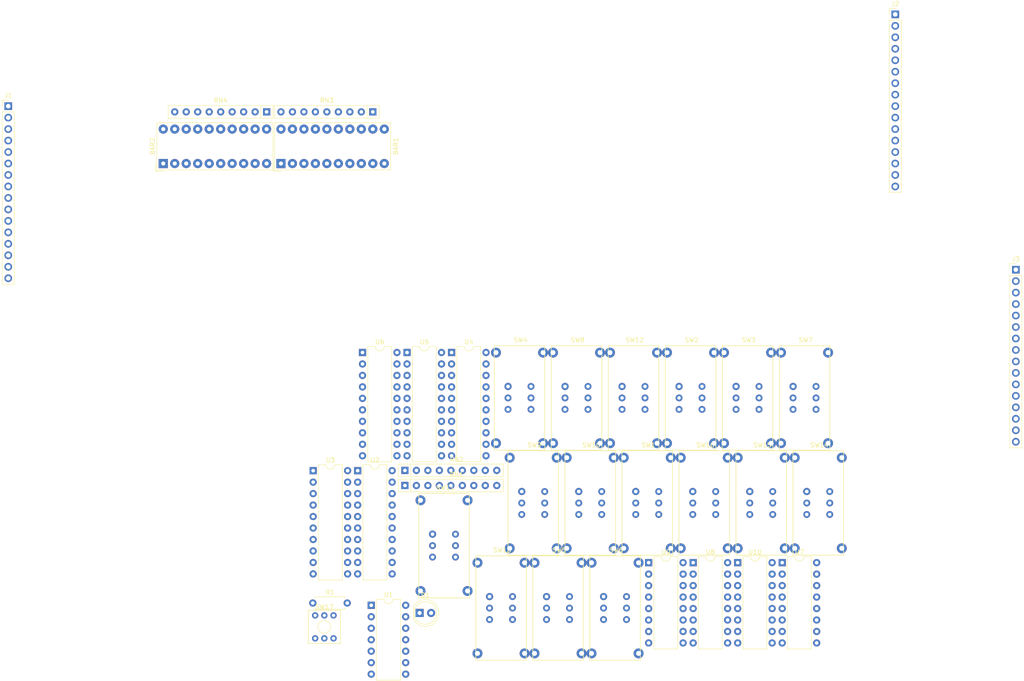
<source format=kicad_pcb>
(kicad_pcb (version 20171130) (host pcbnew 5.0.2+dfsg1-1)

  (general
    (thickness 1.6)
    (drawings 0)
    (tracks 0)
    (zones 0)
    (modules 38)
    (nets 111)
  )

  (page A4)
  (layers
    (0 F.Cu signal)
    (31 B.Cu signal)
    (32 B.Adhes user)
    (33 F.Adhes user)
    (34 B.Paste user)
    (35 F.Paste user)
    (36 B.SilkS user)
    (37 F.SilkS user)
    (38 B.Mask user)
    (39 F.Mask user)
    (40 Dwgs.User user)
    (41 Cmts.User user)
    (42 Eco1.User user)
    (43 Eco2.User user)
    (44 Edge.Cuts user)
    (45 Margin user)
    (46 B.CrtYd user hide)
    (47 F.CrtYd user hide)
    (48 B.Fab user hide)
    (49 F.Fab user hide)
  )

  (setup
    (last_trace_width 0.25)
    (trace_clearance 0.2)
    (zone_clearance 0.508)
    (zone_45_only no)
    (trace_min 0.2)
    (segment_width 0.2)
    (edge_width 0.15)
    (via_size 0.8)
    (via_drill 0.4)
    (via_min_size 0.4)
    (via_min_drill 0.3)
    (uvia_size 0.3)
    (uvia_drill 0.1)
    (uvias_allowed no)
    (uvia_min_size 0.2)
    (uvia_min_drill 0.1)
    (pcb_text_width 0.3)
    (pcb_text_size 1.5 1.5)
    (mod_edge_width 0.15)
    (mod_text_size 1 1)
    (mod_text_width 0.15)
    (pad_size 1.524 1.524)
    (pad_drill 0.762)
    (pad_to_mask_clearance 0.051)
    (solder_mask_min_width 0.25)
    (aux_axis_origin 0 0)
    (visible_elements FFFFFF7F)
    (pcbplotparams
      (layerselection 0x010fc_ffffffff)
      (usegerberextensions false)
      (usegerberattributes false)
      (usegerberadvancedattributes false)
      (creategerberjobfile false)
      (excludeedgelayer true)
      (linewidth 0.100000)
      (plotframeref false)
      (viasonmask false)
      (mode 1)
      (useauxorigin false)
      (hpglpennumber 1)
      (hpglpenspeed 20)
      (hpglpendiameter 15.000000)
      (psnegative false)
      (psa4output false)
      (plotreference true)
      (plotvalue true)
      (plotinvisibletext false)
      (padsonsilk false)
      (subtractmaskfromsilk false)
      (outputformat 1)
      (mirror false)
      (drillshape 1)
      (scaleselection 1)
      (outputdirectory ""))
  )

  (net 0 "")
  (net 1 GND)
  (net 2 "Net-(D1-Pad1)")
  (net 3 "Net-(J2-Pad1)")
  (net 4 "Net-(J2-Pad2)")
  (net 5 "Net-(J2-Pad3)")
  (net 6 "Net-(J2-Pad4)")
  (net 7 "Net-(J2-Pad5)")
  (net 8 "Net-(J2-Pad6)")
  (net 9 "Net-(J2-Pad7)")
  (net 10 "Net-(J2-Pad8)")
  (net 11 "Net-(BAR2-Pad18)")
  (net 12 "Net-(BAR2-Pad17)")
  (net 13 "Net-(BAR2-Pad16)")
  (net 14 "Net-(BAR2-Pad15)")
  (net 15 "Net-(BAR2-Pad14)")
  (net 16 "Net-(BAR2-Pad13)")
  (net 17 "Net-(BAR2-Pad12)")
  (net 18 "Net-(BAR2-Pad11)")
  (net 19 "Net-(J2-Pad9)")
  (net 20 "Net-(J2-Pad10)")
  (net 21 "Net-(J2-Pad11)")
  (net 22 "Net-(J2-Pad12)")
  (net 23 "Net-(J2-Pad13)")
  (net 24 "Net-(J2-Pad14)")
  (net 25 "Net-(J2-Pad15)")
  (net 26 "Net-(J2-Pad16)")
  (net 27 "Net-(BAR1-Pad20)")
  (net 28 "Net-(BAR1-Pad19)")
  (net 29 "Net-(BAR1-Pad18)")
  (net 30 "Net-(BAR1-Pad17)")
  (net 31 "Net-(BAR1-Pad16)")
  (net 32 "Net-(BAR1-Pad15)")
  (net 33 "Net-(BAR1-Pad14)")
  (net 34 "Net-(BAR1-Pad13)")
  (net 35 +5V)
  (net 36 DATA_BUS0)
  (net 37 DATA_BUS1)
  (net 38 DATA_BUS2)
  (net 39 DATA_BUS3)
  (net 40 DATA_BUS4)
  (net 41 DATA_BUS5)
  (net 42 DATA_BUS6)
  (net 43 DATA_BUS7)
  (net 44 ~LB_LOAD)
  (net 45 ~HB_LOAD)
  (net 46 ~ZP_LOAD)
  (net 47 "Net-(U5-Pad19)")
  (net 48 "Net-(U5-Pad9)")
  (net 49 "Net-(U5-Pad16)")
  (net 50 "Net-(U5-Pad6)")
  (net 51 "Net-(U5-Pad15)")
  (net 52 "Net-(U5-Pad5)")
  (net 53 "Net-(U5-Pad12)")
  (net 54 "Net-(U5-Pad2)")
  (net 55 CLOCK)
  (net 56 ~LOW_LOAD)
  (net 57 ~HIGH_LOAD)
  (net 58 "Net-(U6-Pad2)")
  (net 59 "Net-(U10-Pad2)")
  (net 60 "Net-(U6-Pad5)")
  (net 61 "Net-(U10-Pad5)")
  (net 62 "Net-(U6-Pad6)")
  (net 63 "Net-(U10-Pad14)")
  (net 64 "Net-(U6-Pad9)")
  (net 65 "Net-(U10-Pad11)")
  (net 66 MANUAL_INPUT)
  (net 67 "Net-(BAR1-Pad5)")
  (net 68 MANUAL_A3)
  (net 69 MANUAL_A0)
  (net 70 "Net-(BAR1-Pad8)")
  (net 71 "Net-(BAR1-Pad6)")
  (net 72 MANUAL_A2)
  (net 73 MANUAL_A1)
  (net 74 "Net-(BAR1-Pad7)")
  (net 75 "Net-(BAR2-Pad9)")
  (net 76 MANUAL_A9)
  (net 77 MANUAL_A10)
  (net 78 "Net-(BAR2-Pad8)")
  (net 79 "Net-(BAR2-Pad10)")
  (net 80 MANUAL_A8)
  (net 81 MANUAL_A11)
  (net 82 "Net-(BAR2-Pad7)")
  (net 83 "Net-(BAR1-Pad1)")
  (net 84 MANUAL_A7)
  (net 85 MANUAL_A4)
  (net 86 "Net-(BAR1-Pad4)")
  (net 87 "Net-(BAR1-Pad2)")
  (net 88 MANUAL_A6)
  (net 89 MANUAL_A5)
  (net 90 "Net-(BAR1-Pad3)")
  (net 91 "Net-(BAR2-Pad5)")
  (net 92 MANUAL_A13)
  (net 93 MANUAL_A14)
  (net 94 "Net-(BAR2-Pad4)")
  (net 95 "Net-(BAR2-Pad6)")
  (net 96 MANUAL_A12)
  (net 97 MANUAL_A15)
  (net 98 "Net-(BAR2-Pad3)")
  (net 99 "Net-(U1-Pad10)")
  (net 100 "Net-(U1-Pad6)")
  (net 101 ~PC_MAR_OUT)
  (net 102 ~STK_MAR_OUT)
  (net 103 "Net-(BAR2-Pad1)")
  (net 104 "Net-(BAR2-Pad2)")
  (net 105 "Net-(BAR2-Pad19)")
  (net 106 "Net-(BAR2-Pad20)")
  (net 107 "Net-(BAR1-Pad9)")
  (net 108 "Net-(BAR1-Pad10)")
  (net 109 "Net-(BAR1-Pad11)")
  (net 110 "Net-(BAR1-Pad12)")

  (net_class Default "This is the default net class."
    (clearance 0.2)
    (trace_width 0.25)
    (via_dia 0.8)
    (via_drill 0.4)
    (uvia_dia 0.3)
    (uvia_drill 0.1)
    (add_net +5V)
    (add_net CLOCK)
    (add_net DATA_BUS0)
    (add_net DATA_BUS1)
    (add_net DATA_BUS2)
    (add_net DATA_BUS3)
    (add_net DATA_BUS4)
    (add_net DATA_BUS5)
    (add_net DATA_BUS6)
    (add_net DATA_BUS7)
    (add_net GND)
    (add_net MANUAL_A0)
    (add_net MANUAL_A1)
    (add_net MANUAL_A10)
    (add_net MANUAL_A11)
    (add_net MANUAL_A12)
    (add_net MANUAL_A13)
    (add_net MANUAL_A14)
    (add_net MANUAL_A15)
    (add_net MANUAL_A2)
    (add_net MANUAL_A3)
    (add_net MANUAL_A4)
    (add_net MANUAL_A5)
    (add_net MANUAL_A6)
    (add_net MANUAL_A7)
    (add_net MANUAL_A8)
    (add_net MANUAL_A9)
    (add_net MANUAL_INPUT)
    (add_net "Net-(BAR1-Pad1)")
    (add_net "Net-(BAR1-Pad10)")
    (add_net "Net-(BAR1-Pad11)")
    (add_net "Net-(BAR1-Pad12)")
    (add_net "Net-(BAR1-Pad13)")
    (add_net "Net-(BAR1-Pad14)")
    (add_net "Net-(BAR1-Pad15)")
    (add_net "Net-(BAR1-Pad16)")
    (add_net "Net-(BAR1-Pad17)")
    (add_net "Net-(BAR1-Pad18)")
    (add_net "Net-(BAR1-Pad19)")
    (add_net "Net-(BAR1-Pad2)")
    (add_net "Net-(BAR1-Pad20)")
    (add_net "Net-(BAR1-Pad3)")
    (add_net "Net-(BAR1-Pad4)")
    (add_net "Net-(BAR1-Pad5)")
    (add_net "Net-(BAR1-Pad6)")
    (add_net "Net-(BAR1-Pad7)")
    (add_net "Net-(BAR1-Pad8)")
    (add_net "Net-(BAR1-Pad9)")
    (add_net "Net-(BAR2-Pad1)")
    (add_net "Net-(BAR2-Pad10)")
    (add_net "Net-(BAR2-Pad11)")
    (add_net "Net-(BAR2-Pad12)")
    (add_net "Net-(BAR2-Pad13)")
    (add_net "Net-(BAR2-Pad14)")
    (add_net "Net-(BAR2-Pad15)")
    (add_net "Net-(BAR2-Pad16)")
    (add_net "Net-(BAR2-Pad17)")
    (add_net "Net-(BAR2-Pad18)")
    (add_net "Net-(BAR2-Pad19)")
    (add_net "Net-(BAR2-Pad2)")
    (add_net "Net-(BAR2-Pad20)")
    (add_net "Net-(BAR2-Pad3)")
    (add_net "Net-(BAR2-Pad4)")
    (add_net "Net-(BAR2-Pad5)")
    (add_net "Net-(BAR2-Pad6)")
    (add_net "Net-(BAR2-Pad7)")
    (add_net "Net-(BAR2-Pad8)")
    (add_net "Net-(BAR2-Pad9)")
    (add_net "Net-(D1-Pad1)")
    (add_net "Net-(J2-Pad1)")
    (add_net "Net-(J2-Pad10)")
    (add_net "Net-(J2-Pad11)")
    (add_net "Net-(J2-Pad12)")
    (add_net "Net-(J2-Pad13)")
    (add_net "Net-(J2-Pad14)")
    (add_net "Net-(J2-Pad15)")
    (add_net "Net-(J2-Pad16)")
    (add_net "Net-(J2-Pad2)")
    (add_net "Net-(J2-Pad3)")
    (add_net "Net-(J2-Pad4)")
    (add_net "Net-(J2-Pad5)")
    (add_net "Net-(J2-Pad6)")
    (add_net "Net-(J2-Pad7)")
    (add_net "Net-(J2-Pad8)")
    (add_net "Net-(J2-Pad9)")
    (add_net "Net-(U1-Pad10)")
    (add_net "Net-(U1-Pad6)")
    (add_net "Net-(U10-Pad11)")
    (add_net "Net-(U10-Pad14)")
    (add_net "Net-(U10-Pad2)")
    (add_net "Net-(U10-Pad5)")
    (add_net "Net-(U5-Pad12)")
    (add_net "Net-(U5-Pad15)")
    (add_net "Net-(U5-Pad16)")
    (add_net "Net-(U5-Pad19)")
    (add_net "Net-(U5-Pad2)")
    (add_net "Net-(U5-Pad5)")
    (add_net "Net-(U5-Pad6)")
    (add_net "Net-(U5-Pad9)")
    (add_net "Net-(U6-Pad2)")
    (add_net "Net-(U6-Pad5)")
    (add_net "Net-(U6-Pad6)")
    (add_net "Net-(U6-Pad9)")
    (add_net ~HB_LOAD)
    (add_net ~HIGH_LOAD)
    (add_net ~LB_LOAD)
    (add_net ~LOW_LOAD)
    (add_net ~PC_MAR_OUT)
    (add_net ~STK_MAR_OUT)
    (add_net ~ZP_LOAD)
  )

  (module 74xx-Computer-Footprints:FlipSwitch (layer F.Cu) (tedit 5D4C3B54) (tstamp 5D58BE4F)
    (at 169.434 76.021001)
    (path /5D9331DE)
    (fp_text reference SW12 (at 0.254 -12.827) (layer F.SilkS)
      (effects (font (size 1 1) (thickness 0.15)))
    )
    (fp_text value SW_DPDT_x2 (at 0 13.081) (layer F.Fab)
      (effects (font (size 1 1) (thickness 0.15)))
    )
    (fp_line (start 5.588 -11.557) (end -5.588 -11.557) (layer F.SilkS) (width 0.15))
    (fp_line (start 5.588 11.557) (end 5.588 -11.557) (layer F.SilkS) (width 0.15))
    (fp_line (start -5.588 11.557) (end 5.588 11.557) (layer F.SilkS) (width 0.15))
    (fp_line (start -5.588 -11.557) (end -5.588 11.557) (layer F.SilkS) (width 0.15))
    (pad 6 thru_hole circle (at 2.54 2.54) (size 1.524 1.524) (drill 0.762) (layers *.Cu *.Mask))
    (pad 5 thru_hole circle (at 2.54 0) (size 1.524 1.524) (drill 0.762) (layers *.Cu *.Mask))
    (pad 4 thru_hole circle (at 2.54 -2.54) (size 1.524 1.524) (drill 0.762) (layers *.Cu *.Mask))
    (pad 3 thru_hole circle (at -2.54 2.54) (size 1.524 1.524) (drill 0.762) (layers *.Cu *.Mask)
      (net 35 +5V))
    (pad 2 thru_hole circle (at -2.54 0) (size 1.524 1.524) (drill 0.762) (layers *.Cu *.Mask)
      (net 81 MANUAL_A11))
    (pad 1 thru_hole circle (at -2.54 -2.54) (size 1.6 1.6) (drill 0.8) (layers *.Cu *.Mask)
      (net 1 GND))
    (pad "" thru_hole circle (at 5.207 -10.033) (size 2.2 2.2) (drill 1.1) (layers *.Cu *.Mask))
    (pad "" thru_hole circle (at 5.207 10.033) (size 2.2 2.2) (drill 1.1) (layers *.Cu *.Mask))
    (pad "" thru_hole circle (at -5.207 10.033) (size 2.2 2.2) (drill 1.1) (layers *.Cu *.Mask))
    (pad "" thru_hole circle (at -5.207 -10.033) (size 2.2 2.2) (drill 1.1) (layers *.Cu *.Mask))
  )

  (module 74xx-Computer-Footprints:FlipSwitch (layer F.Cu) (tedit 5D4C3B54) (tstamp 5D58BE3D)
    (at 140.124 122.541001)
    (path /5D9331E4)
    (fp_text reference SW13 (at 0.254 -12.827) (layer F.SilkS)
      (effects (font (size 1 1) (thickness 0.15)))
    )
    (fp_text value SW_DPDT_x2 (at 0 13.081) (layer F.Fab)
      (effects (font (size 1 1) (thickness 0.15)))
    )
    (fp_line (start -5.588 -11.557) (end -5.588 11.557) (layer F.SilkS) (width 0.15))
    (fp_line (start -5.588 11.557) (end 5.588 11.557) (layer F.SilkS) (width 0.15))
    (fp_line (start 5.588 11.557) (end 5.588 -11.557) (layer F.SilkS) (width 0.15))
    (fp_line (start 5.588 -11.557) (end -5.588 -11.557) (layer F.SilkS) (width 0.15))
    (pad "" thru_hole circle (at -5.207 -10.033) (size 2.2 2.2) (drill 1.1) (layers *.Cu *.Mask))
    (pad "" thru_hole circle (at -5.207 10.033) (size 2.2 2.2) (drill 1.1) (layers *.Cu *.Mask))
    (pad "" thru_hole circle (at 5.207 10.033) (size 2.2 2.2) (drill 1.1) (layers *.Cu *.Mask))
    (pad "" thru_hole circle (at 5.207 -10.033) (size 2.2 2.2) (drill 1.1) (layers *.Cu *.Mask))
    (pad 1 thru_hole circle (at -2.54 -2.54) (size 1.6 1.6) (drill 0.8) (layers *.Cu *.Mask)
      (net 1 GND))
    (pad 2 thru_hole circle (at -2.54 0) (size 1.524 1.524) (drill 0.762) (layers *.Cu *.Mask)
      (net 96 MANUAL_A12))
    (pad 3 thru_hole circle (at -2.54 2.54) (size 1.524 1.524) (drill 0.762) (layers *.Cu *.Mask)
      (net 35 +5V))
    (pad 4 thru_hole circle (at 2.54 -2.54) (size 1.524 1.524) (drill 0.762) (layers *.Cu *.Mask))
    (pad 5 thru_hole circle (at 2.54 0) (size 1.524 1.524) (drill 0.762) (layers *.Cu *.Mask))
    (pad 6 thru_hole circle (at 2.54 2.54) (size 1.524 1.524) (drill 0.762) (layers *.Cu *.Mask))
  )

  (module 74xx-Computer-Footprints:FlipSwitch (layer F.Cu) (tedit 5D4C3B54) (tstamp 5D58BE2B)
    (at 210.294 99.281001)
    (path /5D9331EA)
    (fp_text reference SW14 (at 0.254 -12.827) (layer F.SilkS)
      (effects (font (size 1 1) (thickness 0.15)))
    )
    (fp_text value SW_DPDT_x2 (at 0 13.081) (layer F.Fab)
      (effects (font (size 1 1) (thickness 0.15)))
    )
    (fp_line (start 5.588 -11.557) (end -5.588 -11.557) (layer F.SilkS) (width 0.15))
    (fp_line (start 5.588 11.557) (end 5.588 -11.557) (layer F.SilkS) (width 0.15))
    (fp_line (start -5.588 11.557) (end 5.588 11.557) (layer F.SilkS) (width 0.15))
    (fp_line (start -5.588 -11.557) (end -5.588 11.557) (layer F.SilkS) (width 0.15))
    (pad 6 thru_hole circle (at 2.54 2.54) (size 1.524 1.524) (drill 0.762) (layers *.Cu *.Mask))
    (pad 5 thru_hole circle (at 2.54 0) (size 1.524 1.524) (drill 0.762) (layers *.Cu *.Mask))
    (pad 4 thru_hole circle (at 2.54 -2.54) (size 1.524 1.524) (drill 0.762) (layers *.Cu *.Mask))
    (pad 3 thru_hole circle (at -2.54 2.54) (size 1.524 1.524) (drill 0.762) (layers *.Cu *.Mask)
      (net 35 +5V))
    (pad 2 thru_hole circle (at -2.54 0) (size 1.524 1.524) (drill 0.762) (layers *.Cu *.Mask)
      (net 92 MANUAL_A13))
    (pad 1 thru_hole circle (at -2.54 -2.54) (size 1.6 1.6) (drill 0.8) (layers *.Cu *.Mask)
      (net 1 GND))
    (pad "" thru_hole circle (at 5.207 -10.033) (size 2.2 2.2) (drill 1.1) (layers *.Cu *.Mask))
    (pad "" thru_hole circle (at 5.207 10.033) (size 2.2 2.2) (drill 1.1) (layers *.Cu *.Mask))
    (pad "" thru_hole circle (at -5.207 10.033) (size 2.2 2.2) (drill 1.1) (layers *.Cu *.Mask))
    (pad "" thru_hole circle (at -5.207 -10.033) (size 2.2 2.2) (drill 1.1) (layers *.Cu *.Mask))
  )

  (module 74xx-Computer-Footprints:FlipSwitch (layer F.Cu) (tedit 5D4C3B54) (tstamp 5D58BE19)
    (at 197.684 99.281001)
    (path /5D9331F0)
    (fp_text reference SW15 (at 0.254 -12.827) (layer F.SilkS)
      (effects (font (size 1 1) (thickness 0.15)))
    )
    (fp_text value SW_DPDT_x2 (at 0 13.081) (layer F.Fab)
      (effects (font (size 1 1) (thickness 0.15)))
    )
    (fp_line (start -5.588 -11.557) (end -5.588 11.557) (layer F.SilkS) (width 0.15))
    (fp_line (start -5.588 11.557) (end 5.588 11.557) (layer F.SilkS) (width 0.15))
    (fp_line (start 5.588 11.557) (end 5.588 -11.557) (layer F.SilkS) (width 0.15))
    (fp_line (start 5.588 -11.557) (end -5.588 -11.557) (layer F.SilkS) (width 0.15))
    (pad "" thru_hole circle (at -5.207 -10.033) (size 2.2 2.2) (drill 1.1) (layers *.Cu *.Mask))
    (pad "" thru_hole circle (at -5.207 10.033) (size 2.2 2.2) (drill 1.1) (layers *.Cu *.Mask))
    (pad "" thru_hole circle (at 5.207 10.033) (size 2.2 2.2) (drill 1.1) (layers *.Cu *.Mask))
    (pad "" thru_hole circle (at 5.207 -10.033) (size 2.2 2.2) (drill 1.1) (layers *.Cu *.Mask))
    (pad 1 thru_hole circle (at -2.54 -2.54) (size 1.6 1.6) (drill 0.8) (layers *.Cu *.Mask)
      (net 1 GND))
    (pad 2 thru_hole circle (at -2.54 0) (size 1.524 1.524) (drill 0.762) (layers *.Cu *.Mask)
      (net 93 MANUAL_A14))
    (pad 3 thru_hole circle (at -2.54 2.54) (size 1.524 1.524) (drill 0.762) (layers *.Cu *.Mask)
      (net 35 +5V))
    (pad 4 thru_hole circle (at 2.54 -2.54) (size 1.524 1.524) (drill 0.762) (layers *.Cu *.Mask))
    (pad 5 thru_hole circle (at 2.54 0) (size 1.524 1.524) (drill 0.762) (layers *.Cu *.Mask))
    (pad 6 thru_hole circle (at 2.54 2.54) (size 1.524 1.524) (drill 0.762) (layers *.Cu *.Mask))
  )

  (module 74xx-Computer-Footprints:FlipSwitch (layer F.Cu) (tedit 5D4C3B54) (tstamp 5D58BE07)
    (at 185.074 99.281001)
    (path /5D9331F6)
    (fp_text reference SW16 (at 0.254 -12.827) (layer F.SilkS)
      (effects (font (size 1 1) (thickness 0.15)))
    )
    (fp_text value SW_DPDT_x2 (at 0 13.081) (layer F.Fab)
      (effects (font (size 1 1) (thickness 0.15)))
    )
    (fp_line (start 5.588 -11.557) (end -5.588 -11.557) (layer F.SilkS) (width 0.15))
    (fp_line (start 5.588 11.557) (end 5.588 -11.557) (layer F.SilkS) (width 0.15))
    (fp_line (start -5.588 11.557) (end 5.588 11.557) (layer F.SilkS) (width 0.15))
    (fp_line (start -5.588 -11.557) (end -5.588 11.557) (layer F.SilkS) (width 0.15))
    (pad 6 thru_hole circle (at 2.54 2.54) (size 1.524 1.524) (drill 0.762) (layers *.Cu *.Mask))
    (pad 5 thru_hole circle (at 2.54 0) (size 1.524 1.524) (drill 0.762) (layers *.Cu *.Mask))
    (pad 4 thru_hole circle (at 2.54 -2.54) (size 1.524 1.524) (drill 0.762) (layers *.Cu *.Mask))
    (pad 3 thru_hole circle (at -2.54 2.54) (size 1.524 1.524) (drill 0.762) (layers *.Cu *.Mask)
      (net 35 +5V))
    (pad 2 thru_hole circle (at -2.54 0) (size 1.524 1.524) (drill 0.762) (layers *.Cu *.Mask)
      (net 97 MANUAL_A15))
    (pad 1 thru_hole circle (at -2.54 -2.54) (size 1.6 1.6) (drill 0.8) (layers *.Cu *.Mask)
      (net 1 GND))
    (pad "" thru_hole circle (at 5.207 -10.033) (size 2.2 2.2) (drill 1.1) (layers *.Cu *.Mask))
    (pad "" thru_hole circle (at 5.207 10.033) (size 2.2 2.2) (drill 1.1) (layers *.Cu *.Mask))
    (pad "" thru_hole circle (at -5.207 10.033) (size 2.2 2.2) (drill 1.1) (layers *.Cu *.Mask))
    (pad "" thru_hole circle (at -5.207 -10.033) (size 2.2 2.2) (drill 1.1) (layers *.Cu *.Mask))
  )

  (module 74xx-Computer-Footprints:FlipSwitch (layer F.Cu) (tedit 5D4C3B54) (tstamp 5D58C25D)
    (at 207.264 76.021001)
    (path /5D9230B7)
    (fp_text reference SW7 (at 0.254 -12.827) (layer F.SilkS)
      (effects (font (size 1 1) (thickness 0.15)))
    )
    (fp_text value SW_DPDT_x2 (at 0 13.081) (layer F.Fab)
      (effects (font (size 1 1) (thickness 0.15)))
    )
    (fp_line (start -5.588 -11.557) (end -5.588 11.557) (layer F.SilkS) (width 0.15))
    (fp_line (start -5.588 11.557) (end 5.588 11.557) (layer F.SilkS) (width 0.15))
    (fp_line (start 5.588 11.557) (end 5.588 -11.557) (layer F.SilkS) (width 0.15))
    (fp_line (start 5.588 -11.557) (end -5.588 -11.557) (layer F.SilkS) (width 0.15))
    (pad "" thru_hole circle (at -5.207 -10.033) (size 2.2 2.2) (drill 1.1) (layers *.Cu *.Mask))
    (pad "" thru_hole circle (at -5.207 10.033) (size 2.2 2.2) (drill 1.1) (layers *.Cu *.Mask))
    (pad "" thru_hole circle (at 5.207 10.033) (size 2.2 2.2) (drill 1.1) (layers *.Cu *.Mask))
    (pad "" thru_hole circle (at 5.207 -10.033) (size 2.2 2.2) (drill 1.1) (layers *.Cu *.Mask))
    (pad 1 thru_hole circle (at -2.54 -2.54) (size 1.6 1.6) (drill 0.8) (layers *.Cu *.Mask)
      (net 1 GND))
    (pad 2 thru_hole circle (at -2.54 0) (size 1.524 1.524) (drill 0.762) (layers *.Cu *.Mask)
      (net 88 MANUAL_A6))
    (pad 3 thru_hole circle (at -2.54 2.54) (size 1.524 1.524) (drill 0.762) (layers *.Cu *.Mask)
      (net 35 +5V))
    (pad 4 thru_hole circle (at 2.54 -2.54) (size 1.524 1.524) (drill 0.762) (layers *.Cu *.Mask))
    (pad 5 thru_hole circle (at 2.54 0) (size 1.524 1.524) (drill 0.762) (layers *.Cu *.Mask))
    (pad 6 thru_hole circle (at 2.54 2.54) (size 1.524 1.524) (drill 0.762) (layers *.Cu *.Mask))
  )

  (module 74xx-Computer-Footprints:FlipSwitch (layer F.Cu) (tedit 5D4C3B54) (tstamp 5D58BDE3)
    (at 165.344 122.541001)
    (path /5D9230B1)
    (fp_text reference SW6 (at 0.254 -12.827) (layer F.SilkS)
      (effects (font (size 1 1) (thickness 0.15)))
    )
    (fp_text value SW_DPDT_x2 (at 0 13.081) (layer F.Fab)
      (effects (font (size 1 1) (thickness 0.15)))
    )
    (fp_line (start 5.588 -11.557) (end -5.588 -11.557) (layer F.SilkS) (width 0.15))
    (fp_line (start 5.588 11.557) (end 5.588 -11.557) (layer F.SilkS) (width 0.15))
    (fp_line (start -5.588 11.557) (end 5.588 11.557) (layer F.SilkS) (width 0.15))
    (fp_line (start -5.588 -11.557) (end -5.588 11.557) (layer F.SilkS) (width 0.15))
    (pad 6 thru_hole circle (at 2.54 2.54) (size 1.524 1.524) (drill 0.762) (layers *.Cu *.Mask))
    (pad 5 thru_hole circle (at 2.54 0) (size 1.524 1.524) (drill 0.762) (layers *.Cu *.Mask))
    (pad 4 thru_hole circle (at 2.54 -2.54) (size 1.524 1.524) (drill 0.762) (layers *.Cu *.Mask))
    (pad 3 thru_hole circle (at -2.54 2.54) (size 1.524 1.524) (drill 0.762) (layers *.Cu *.Mask)
      (net 35 +5V))
    (pad 2 thru_hole circle (at -2.54 0) (size 1.524 1.524) (drill 0.762) (layers *.Cu *.Mask)
      (net 89 MANUAL_A5))
    (pad 1 thru_hole circle (at -2.54 -2.54) (size 1.6 1.6) (drill 0.8) (layers *.Cu *.Mask)
      (net 1 GND))
    (pad "" thru_hole circle (at 5.207 -10.033) (size 2.2 2.2) (drill 1.1) (layers *.Cu *.Mask))
    (pad "" thru_hole circle (at 5.207 10.033) (size 2.2 2.2) (drill 1.1) (layers *.Cu *.Mask))
    (pad "" thru_hole circle (at -5.207 10.033) (size 2.2 2.2) (drill 1.1) (layers *.Cu *.Mask))
    (pad "" thru_hole circle (at -5.207 -10.033) (size 2.2 2.2) (drill 1.1) (layers *.Cu *.Mask))
  )

  (module 74xx-Computer-Footprints:FlipSwitch (layer F.Cu) (tedit 5D4C3B54) (tstamp 5D58BDD1)
    (at 152.734 122.541001)
    (path /5D9230AB)
    (fp_text reference SW5 (at 0.254 -12.827) (layer F.SilkS)
      (effects (font (size 1 1) (thickness 0.15)))
    )
    (fp_text value SW_DPDT_x2 (at 0 13.081) (layer F.Fab)
      (effects (font (size 1 1) (thickness 0.15)))
    )
    (fp_line (start -5.588 -11.557) (end -5.588 11.557) (layer F.SilkS) (width 0.15))
    (fp_line (start -5.588 11.557) (end 5.588 11.557) (layer F.SilkS) (width 0.15))
    (fp_line (start 5.588 11.557) (end 5.588 -11.557) (layer F.SilkS) (width 0.15))
    (fp_line (start 5.588 -11.557) (end -5.588 -11.557) (layer F.SilkS) (width 0.15))
    (pad "" thru_hole circle (at -5.207 -10.033) (size 2.2 2.2) (drill 1.1) (layers *.Cu *.Mask))
    (pad "" thru_hole circle (at -5.207 10.033) (size 2.2 2.2) (drill 1.1) (layers *.Cu *.Mask))
    (pad "" thru_hole circle (at 5.207 10.033) (size 2.2 2.2) (drill 1.1) (layers *.Cu *.Mask))
    (pad "" thru_hole circle (at 5.207 -10.033) (size 2.2 2.2) (drill 1.1) (layers *.Cu *.Mask))
    (pad 1 thru_hole circle (at -2.54 -2.54) (size 1.6 1.6) (drill 0.8) (layers *.Cu *.Mask)
      (net 1 GND))
    (pad 2 thru_hole circle (at -2.54 0) (size 1.524 1.524) (drill 0.762) (layers *.Cu *.Mask)
      (net 85 MANUAL_A4))
    (pad 3 thru_hole circle (at -2.54 2.54) (size 1.524 1.524) (drill 0.762) (layers *.Cu *.Mask)
      (net 35 +5V))
    (pad 4 thru_hole circle (at 2.54 -2.54) (size 1.524 1.524) (drill 0.762) (layers *.Cu *.Mask))
    (pad 5 thru_hole circle (at 2.54 0) (size 1.524 1.524) (drill 0.762) (layers *.Cu *.Mask))
    (pad 6 thru_hole circle (at 2.54 2.54) (size 1.524 1.524) (drill 0.762) (layers *.Cu *.Mask))
  )

  (module 74xx-Computer-Footprints:FlipSwitch (layer F.Cu) (tedit 5D4C3B54) (tstamp 5D58BDBF)
    (at 144.214 76.021001)
    (path /5D922F4B)
    (fp_text reference SW4 (at 0.254 -12.827) (layer F.SilkS)
      (effects (font (size 1 1) (thickness 0.15)))
    )
    (fp_text value SW_DPDT_x2 (at 0 13.081) (layer F.Fab)
      (effects (font (size 1 1) (thickness 0.15)))
    )
    (fp_line (start 5.588 -11.557) (end -5.588 -11.557) (layer F.SilkS) (width 0.15))
    (fp_line (start 5.588 11.557) (end 5.588 -11.557) (layer F.SilkS) (width 0.15))
    (fp_line (start -5.588 11.557) (end 5.588 11.557) (layer F.SilkS) (width 0.15))
    (fp_line (start -5.588 -11.557) (end -5.588 11.557) (layer F.SilkS) (width 0.15))
    (pad 6 thru_hole circle (at 2.54 2.54) (size 1.524 1.524) (drill 0.762) (layers *.Cu *.Mask))
    (pad 5 thru_hole circle (at 2.54 0) (size 1.524 1.524) (drill 0.762) (layers *.Cu *.Mask))
    (pad 4 thru_hole circle (at 2.54 -2.54) (size 1.524 1.524) (drill 0.762) (layers *.Cu *.Mask))
    (pad 3 thru_hole circle (at -2.54 2.54) (size 1.524 1.524) (drill 0.762) (layers *.Cu *.Mask)
      (net 35 +5V))
    (pad 2 thru_hole circle (at -2.54 0) (size 1.524 1.524) (drill 0.762) (layers *.Cu *.Mask)
      (net 68 MANUAL_A3))
    (pad 1 thru_hole circle (at -2.54 -2.54) (size 1.6 1.6) (drill 0.8) (layers *.Cu *.Mask)
      (net 1 GND))
    (pad "" thru_hole circle (at 5.207 -10.033) (size 2.2 2.2) (drill 1.1) (layers *.Cu *.Mask))
    (pad "" thru_hole circle (at 5.207 10.033) (size 2.2 2.2) (drill 1.1) (layers *.Cu *.Mask))
    (pad "" thru_hole circle (at -5.207 10.033) (size 2.2 2.2) (drill 1.1) (layers *.Cu *.Mask))
    (pad "" thru_hole circle (at -5.207 -10.033) (size 2.2 2.2) (drill 1.1) (layers *.Cu *.Mask))
  )

  (module 74xx-Computer-Footprints:FlipSwitch (layer F.Cu) (tedit 5D4C3B54) (tstamp 5D58BDAD)
    (at 194.654 76.021001)
    (path /5D922F03)
    (fp_text reference SW3 (at 0.254 -12.827) (layer F.SilkS)
      (effects (font (size 1 1) (thickness 0.15)))
    )
    (fp_text value SW_DPDT_x2 (at 0 13.081) (layer F.Fab)
      (effects (font (size 1 1) (thickness 0.15)))
    )
    (fp_line (start -5.588 -11.557) (end -5.588 11.557) (layer F.SilkS) (width 0.15))
    (fp_line (start -5.588 11.557) (end 5.588 11.557) (layer F.SilkS) (width 0.15))
    (fp_line (start 5.588 11.557) (end 5.588 -11.557) (layer F.SilkS) (width 0.15))
    (fp_line (start 5.588 -11.557) (end -5.588 -11.557) (layer F.SilkS) (width 0.15))
    (pad "" thru_hole circle (at -5.207 -10.033) (size 2.2 2.2) (drill 1.1) (layers *.Cu *.Mask))
    (pad "" thru_hole circle (at -5.207 10.033) (size 2.2 2.2) (drill 1.1) (layers *.Cu *.Mask))
    (pad "" thru_hole circle (at 5.207 10.033) (size 2.2 2.2) (drill 1.1) (layers *.Cu *.Mask))
    (pad "" thru_hole circle (at 5.207 -10.033) (size 2.2 2.2) (drill 1.1) (layers *.Cu *.Mask))
    (pad 1 thru_hole circle (at -2.54 -2.54) (size 1.6 1.6) (drill 0.8) (layers *.Cu *.Mask)
      (net 1 GND))
    (pad 2 thru_hole circle (at -2.54 0) (size 1.524 1.524) (drill 0.762) (layers *.Cu *.Mask)
      (net 72 MANUAL_A2))
    (pad 3 thru_hole circle (at -2.54 2.54) (size 1.524 1.524) (drill 0.762) (layers *.Cu *.Mask)
      (net 35 +5V))
    (pad 4 thru_hole circle (at 2.54 -2.54) (size 1.524 1.524) (drill 0.762) (layers *.Cu *.Mask))
    (pad 5 thru_hole circle (at 2.54 0) (size 1.524 1.524) (drill 0.762) (layers *.Cu *.Mask))
    (pad 6 thru_hole circle (at 2.54 2.54) (size 1.524 1.524) (drill 0.762) (layers *.Cu *.Mask))
  )

  (module 74xx-Computer-Footprints:FlipSwitch (layer F.Cu) (tedit 5D4C3B54) (tstamp 5D58BD9B)
    (at 182.044 76.021001)
    (path /5D922EB7)
    (fp_text reference SW2 (at 0.254 -12.827) (layer F.SilkS)
      (effects (font (size 1 1) (thickness 0.15)))
    )
    (fp_text value SW_DPDT_x2 (at 0 13.081) (layer F.Fab)
      (effects (font (size 1 1) (thickness 0.15)))
    )
    (fp_line (start 5.588 -11.557) (end -5.588 -11.557) (layer F.SilkS) (width 0.15))
    (fp_line (start 5.588 11.557) (end 5.588 -11.557) (layer F.SilkS) (width 0.15))
    (fp_line (start -5.588 11.557) (end 5.588 11.557) (layer F.SilkS) (width 0.15))
    (fp_line (start -5.588 -11.557) (end -5.588 11.557) (layer F.SilkS) (width 0.15))
    (pad 6 thru_hole circle (at 2.54 2.54) (size 1.524 1.524) (drill 0.762) (layers *.Cu *.Mask))
    (pad 5 thru_hole circle (at 2.54 0) (size 1.524 1.524) (drill 0.762) (layers *.Cu *.Mask))
    (pad 4 thru_hole circle (at 2.54 -2.54) (size 1.524 1.524) (drill 0.762) (layers *.Cu *.Mask))
    (pad 3 thru_hole circle (at -2.54 2.54) (size 1.524 1.524) (drill 0.762) (layers *.Cu *.Mask)
      (net 35 +5V))
    (pad 2 thru_hole circle (at -2.54 0) (size 1.524 1.524) (drill 0.762) (layers *.Cu *.Mask)
      (net 73 MANUAL_A1))
    (pad 1 thru_hole circle (at -2.54 -2.54) (size 1.6 1.6) (drill 0.8) (layers *.Cu *.Mask)
      (net 1 GND))
    (pad "" thru_hole circle (at 5.207 -10.033) (size 2.2 2.2) (drill 1.1) (layers *.Cu *.Mask))
    (pad "" thru_hole circle (at 5.207 10.033) (size 2.2 2.2) (drill 1.1) (layers *.Cu *.Mask))
    (pad "" thru_hole circle (at -5.207 10.033) (size 2.2 2.2) (drill 1.1) (layers *.Cu *.Mask))
    (pad "" thru_hole circle (at -5.207 -10.033) (size 2.2 2.2) (drill 1.1) (layers *.Cu *.Mask))
  )

  (module 74xx-Computer-Footprints:FlipSwitch (layer F.Cu) (tedit 5D4C3B54) (tstamp 5D58BD89)
    (at 172.464 99.281001)
    (path /5D6FF72E)
    (fp_text reference SW1 (at 0.254 -12.827) (layer F.SilkS)
      (effects (font (size 1 1) (thickness 0.15)))
    )
    (fp_text value SW_DPDT_x2 (at 0 13.081) (layer F.Fab)
      (effects (font (size 1 1) (thickness 0.15)))
    )
    (fp_line (start -5.588 -11.557) (end -5.588 11.557) (layer F.SilkS) (width 0.15))
    (fp_line (start -5.588 11.557) (end 5.588 11.557) (layer F.SilkS) (width 0.15))
    (fp_line (start 5.588 11.557) (end 5.588 -11.557) (layer F.SilkS) (width 0.15))
    (fp_line (start 5.588 -11.557) (end -5.588 -11.557) (layer F.SilkS) (width 0.15))
    (pad "" thru_hole circle (at -5.207 -10.033) (size 2.2 2.2) (drill 1.1) (layers *.Cu *.Mask))
    (pad "" thru_hole circle (at -5.207 10.033) (size 2.2 2.2) (drill 1.1) (layers *.Cu *.Mask))
    (pad "" thru_hole circle (at 5.207 10.033) (size 2.2 2.2) (drill 1.1) (layers *.Cu *.Mask))
    (pad "" thru_hole circle (at 5.207 -10.033) (size 2.2 2.2) (drill 1.1) (layers *.Cu *.Mask))
    (pad 1 thru_hole circle (at -2.54 -2.54) (size 1.6 1.6) (drill 0.8) (layers *.Cu *.Mask)
      (net 1 GND))
    (pad 2 thru_hole circle (at -2.54 0) (size 1.524 1.524) (drill 0.762) (layers *.Cu *.Mask)
      (net 69 MANUAL_A0))
    (pad 3 thru_hole circle (at -2.54 2.54) (size 1.524 1.524) (drill 0.762) (layers *.Cu *.Mask)
      (net 35 +5V))
    (pad 4 thru_hole circle (at 2.54 -2.54) (size 1.524 1.524) (drill 0.762) (layers *.Cu *.Mask))
    (pad 5 thru_hole circle (at 2.54 0) (size 1.524 1.524) (drill 0.762) (layers *.Cu *.Mask))
    (pad 6 thru_hole circle (at 2.54 2.54) (size 1.524 1.524) (drill 0.762) (layers *.Cu *.Mask))
  )

  (module 74xx-Computer-Footprints:FlipSwitch (layer F.Cu) (tedit 5D4C3B54) (tstamp 5D58BD77)
    (at 127.514 108.721001)
    (path /5D9331D8)
    (fp_text reference SW11 (at 0.254 -12.827) (layer F.SilkS)
      (effects (font (size 1 1) (thickness 0.15)))
    )
    (fp_text value SW_DPDT_x2 (at 0 13.081) (layer F.Fab)
      (effects (font (size 1 1) (thickness 0.15)))
    )
    (fp_line (start 5.588 -11.557) (end -5.588 -11.557) (layer F.SilkS) (width 0.15))
    (fp_line (start 5.588 11.557) (end 5.588 -11.557) (layer F.SilkS) (width 0.15))
    (fp_line (start -5.588 11.557) (end 5.588 11.557) (layer F.SilkS) (width 0.15))
    (fp_line (start -5.588 -11.557) (end -5.588 11.557) (layer F.SilkS) (width 0.15))
    (pad 6 thru_hole circle (at 2.54 2.54) (size 1.524 1.524) (drill 0.762) (layers *.Cu *.Mask))
    (pad 5 thru_hole circle (at 2.54 0) (size 1.524 1.524) (drill 0.762) (layers *.Cu *.Mask))
    (pad 4 thru_hole circle (at 2.54 -2.54) (size 1.524 1.524) (drill 0.762) (layers *.Cu *.Mask))
    (pad 3 thru_hole circle (at -2.54 2.54) (size 1.524 1.524) (drill 0.762) (layers *.Cu *.Mask)
      (net 35 +5V))
    (pad 2 thru_hole circle (at -2.54 0) (size 1.524 1.524) (drill 0.762) (layers *.Cu *.Mask)
      (net 77 MANUAL_A10))
    (pad 1 thru_hole circle (at -2.54 -2.54) (size 1.6 1.6) (drill 0.8) (layers *.Cu *.Mask)
      (net 1 GND))
    (pad "" thru_hole circle (at 5.207 -10.033) (size 2.2 2.2) (drill 1.1) (layers *.Cu *.Mask))
    (pad "" thru_hole circle (at 5.207 10.033) (size 2.2 2.2) (drill 1.1) (layers *.Cu *.Mask))
    (pad "" thru_hole circle (at -5.207 10.033) (size 2.2 2.2) (drill 1.1) (layers *.Cu *.Mask))
    (pad "" thru_hole circle (at -5.207 -10.033) (size 2.2 2.2) (drill 1.1) (layers *.Cu *.Mask))
  )

  (module 74xx-Computer-Footprints:FlipSwitch (layer F.Cu) (tedit 5D4C3B54) (tstamp 5D58BD65)
    (at 159.854 99.281001)
    (path /5D9331D2)
    (fp_text reference SW10 (at 0.254 -12.827) (layer F.SilkS)
      (effects (font (size 1 1) (thickness 0.15)))
    )
    (fp_text value SW_DPDT_x2 (at 0 13.081) (layer F.Fab)
      (effects (font (size 1 1) (thickness 0.15)))
    )
    (fp_line (start -5.588 -11.557) (end -5.588 11.557) (layer F.SilkS) (width 0.15))
    (fp_line (start -5.588 11.557) (end 5.588 11.557) (layer F.SilkS) (width 0.15))
    (fp_line (start 5.588 11.557) (end 5.588 -11.557) (layer F.SilkS) (width 0.15))
    (fp_line (start 5.588 -11.557) (end -5.588 -11.557) (layer F.SilkS) (width 0.15))
    (pad "" thru_hole circle (at -5.207 -10.033) (size 2.2 2.2) (drill 1.1) (layers *.Cu *.Mask))
    (pad "" thru_hole circle (at -5.207 10.033) (size 2.2 2.2) (drill 1.1) (layers *.Cu *.Mask))
    (pad "" thru_hole circle (at 5.207 10.033) (size 2.2 2.2) (drill 1.1) (layers *.Cu *.Mask))
    (pad "" thru_hole circle (at 5.207 -10.033) (size 2.2 2.2) (drill 1.1) (layers *.Cu *.Mask))
    (pad 1 thru_hole circle (at -2.54 -2.54) (size 1.6 1.6) (drill 0.8) (layers *.Cu *.Mask)
      (net 1 GND))
    (pad 2 thru_hole circle (at -2.54 0) (size 1.524 1.524) (drill 0.762) (layers *.Cu *.Mask)
      (net 76 MANUAL_A9))
    (pad 3 thru_hole circle (at -2.54 2.54) (size 1.524 1.524) (drill 0.762) (layers *.Cu *.Mask)
      (net 35 +5V))
    (pad 4 thru_hole circle (at 2.54 -2.54) (size 1.524 1.524) (drill 0.762) (layers *.Cu *.Mask))
    (pad 5 thru_hole circle (at 2.54 0) (size 1.524 1.524) (drill 0.762) (layers *.Cu *.Mask))
    (pad 6 thru_hole circle (at 2.54 2.54) (size 1.524 1.524) (drill 0.762) (layers *.Cu *.Mask))
  )

  (module 74xx-Computer-Footprints:FlipSwitch (layer F.Cu) (tedit 5D4C3B54) (tstamp 5D58BD53)
    (at 147.244 99.281001)
    (path /5D9331CC)
    (fp_text reference SW9 (at 0.254 -12.827) (layer F.SilkS)
      (effects (font (size 1 1) (thickness 0.15)))
    )
    (fp_text value SW_DPDT_x2 (at 0 13.081) (layer F.Fab)
      (effects (font (size 1 1) (thickness 0.15)))
    )
    (fp_line (start 5.588 -11.557) (end -5.588 -11.557) (layer F.SilkS) (width 0.15))
    (fp_line (start 5.588 11.557) (end 5.588 -11.557) (layer F.SilkS) (width 0.15))
    (fp_line (start -5.588 11.557) (end 5.588 11.557) (layer F.SilkS) (width 0.15))
    (fp_line (start -5.588 -11.557) (end -5.588 11.557) (layer F.SilkS) (width 0.15))
    (pad 6 thru_hole circle (at 2.54 2.54) (size 1.524 1.524) (drill 0.762) (layers *.Cu *.Mask))
    (pad 5 thru_hole circle (at 2.54 0) (size 1.524 1.524) (drill 0.762) (layers *.Cu *.Mask))
    (pad 4 thru_hole circle (at 2.54 -2.54) (size 1.524 1.524) (drill 0.762) (layers *.Cu *.Mask))
    (pad 3 thru_hole circle (at -2.54 2.54) (size 1.524 1.524) (drill 0.762) (layers *.Cu *.Mask)
      (net 35 +5V))
    (pad 2 thru_hole circle (at -2.54 0) (size 1.524 1.524) (drill 0.762) (layers *.Cu *.Mask)
      (net 80 MANUAL_A8))
    (pad 1 thru_hole circle (at -2.54 -2.54) (size 1.6 1.6) (drill 0.8) (layers *.Cu *.Mask)
      (net 1 GND))
    (pad "" thru_hole circle (at 5.207 -10.033) (size 2.2 2.2) (drill 1.1) (layers *.Cu *.Mask))
    (pad "" thru_hole circle (at 5.207 10.033) (size 2.2 2.2) (drill 1.1) (layers *.Cu *.Mask))
    (pad "" thru_hole circle (at -5.207 10.033) (size 2.2 2.2) (drill 1.1) (layers *.Cu *.Mask))
    (pad "" thru_hole circle (at -5.207 -10.033) (size 2.2 2.2) (drill 1.1) (layers *.Cu *.Mask))
  )

  (module 74xx-Computer-Footprints:FlipSwitch (layer F.Cu) (tedit 5D4C3B54) (tstamp 5D58BD41)
    (at 156.824 76.021001)
    (path /5D9230BD)
    (fp_text reference SW8 (at 0.254 -12.827) (layer F.SilkS)
      (effects (font (size 1 1) (thickness 0.15)))
    )
    (fp_text value SW_DPDT_x2 (at 0 13.081) (layer F.Fab)
      (effects (font (size 1 1) (thickness 0.15)))
    )
    (fp_line (start -5.588 -11.557) (end -5.588 11.557) (layer F.SilkS) (width 0.15))
    (fp_line (start -5.588 11.557) (end 5.588 11.557) (layer F.SilkS) (width 0.15))
    (fp_line (start 5.588 11.557) (end 5.588 -11.557) (layer F.SilkS) (width 0.15))
    (fp_line (start 5.588 -11.557) (end -5.588 -11.557) (layer F.SilkS) (width 0.15))
    (pad "" thru_hole circle (at -5.207 -10.033) (size 2.2 2.2) (drill 1.1) (layers *.Cu *.Mask))
    (pad "" thru_hole circle (at -5.207 10.033) (size 2.2 2.2) (drill 1.1) (layers *.Cu *.Mask))
    (pad "" thru_hole circle (at 5.207 10.033) (size 2.2 2.2) (drill 1.1) (layers *.Cu *.Mask))
    (pad "" thru_hole circle (at 5.207 -10.033) (size 2.2 2.2) (drill 1.1) (layers *.Cu *.Mask))
    (pad 1 thru_hole circle (at -2.54 -2.54) (size 1.6 1.6) (drill 0.8) (layers *.Cu *.Mask)
      (net 1 GND))
    (pad 2 thru_hole circle (at -2.54 0) (size 1.524 1.524) (drill 0.762) (layers *.Cu *.Mask)
      (net 84 MANUAL_A7))
    (pad 3 thru_hole circle (at -2.54 2.54) (size 1.524 1.524) (drill 0.762) (layers *.Cu *.Mask)
      (net 35 +5V))
    (pad 4 thru_hole circle (at 2.54 -2.54) (size 1.524 1.524) (drill 0.762) (layers *.Cu *.Mask))
    (pad 5 thru_hole circle (at 2.54 0) (size 1.524 1.524) (drill 0.762) (layers *.Cu *.Mask))
    (pad 6 thru_hole circle (at 2.54 2.54) (size 1.524 1.524) (drill 0.762) (layers *.Cu *.Mask))
  )

  (module 74xx-Computer-Footprints:Switch (layer F.Cu) (tedit 5D3C8C4D) (tstamp 5D58BD2F)
    (at 101.038001 126.707001)
    (path /5E6A7120)
    (fp_text reference SW17 (at 0 -4.445) (layer F.SilkS)
      (effects (font (size 1 1) (thickness 0.15)))
    )
    (fp_text value SW_DPDT_x2 (at 0 4.445) (layer F.Fab)
      (effects (font (size 1 1) (thickness 0.15)))
    )
    (fp_circle (center -0.017213 0) (end 0.982787 1) (layer F.SilkS) (width 0.12))
    (fp_line (start -3.556 -3.683) (end 3.556 -3.683) (layer F.SilkS) (width 0.15))
    (fp_line (start 3.556 -3.683) (end 3.556 3.683) (layer F.SilkS) (width 0.15))
    (fp_line (start 3.556 3.683) (end -3.556 3.683) (layer F.SilkS) (width 0.15))
    (fp_line (start -3.556 3.683) (end -3.556 -3.683) (layer F.SilkS) (width 0.15))
    (pad "" thru_hole circle (at 2.032 -2.54) (size 1.4 1.4) (drill 0.7) (layers *.Cu *.Mask))
    (pad "" thru_hole circle (at 0 -2.54) (size 1.4 1.4) (drill 0.7) (layers *.Cu *.Mask))
    (pad "" thru_hole circle (at -2.032 -2.54) (size 1.4 1.4) (drill 0.7) (layers *.Cu *.Mask))
    (pad 3 thru_hole circle (at -2.032 2.54) (size 1.4 1.4) (drill 0.7) (layers *.Cu *.Mask)
      (net 35 +5V))
    (pad 1 thru_hole circle (at 2.032 2.54) (size 1.4 1.4) (drill 0.7) (layers *.Cu *.Mask)
      (net 1 GND))
    (pad 2 thru_hole circle (at 0 2.54) (size 1.4 1.4) (drill 0.7) (layers *.Cu *.Mask)
      (net 66 MANUAL_INPUT))
  )

  (module Connector_PinHeader_2.54mm:PinHeader_1x16_P2.54mm_Vertical (layer F.Cu) (tedit 59FED5CC) (tstamp 5D58BD20)
    (at 31.115 11.43)
    (descr "Through hole straight pin header, 1x16, 2.54mm pitch, single row")
    (tags "Through hole pin header THT 1x16 2.54mm single row")
    (path /5D45CEE6)
    (fp_text reference J1 (at 0 -2.33) (layer F.SilkS)
      (effects (font (size 1 1) (thickness 0.15)))
    )
    (fp_text value Conn_01x16_Male (at 0 40.43) (layer F.Fab)
      (effects (font (size 1 1) (thickness 0.15)))
    )
    (fp_line (start -0.635 -1.27) (end 1.27 -1.27) (layer F.Fab) (width 0.1))
    (fp_line (start 1.27 -1.27) (end 1.27 39.37) (layer F.Fab) (width 0.1))
    (fp_line (start 1.27 39.37) (end -1.27 39.37) (layer F.Fab) (width 0.1))
    (fp_line (start -1.27 39.37) (end -1.27 -0.635) (layer F.Fab) (width 0.1))
    (fp_line (start -1.27 -0.635) (end -0.635 -1.27) (layer F.Fab) (width 0.1))
    (fp_line (start -1.33 39.43) (end 1.33 39.43) (layer F.SilkS) (width 0.12))
    (fp_line (start -1.33 1.27) (end -1.33 39.43) (layer F.SilkS) (width 0.12))
    (fp_line (start 1.33 1.27) (end 1.33 39.43) (layer F.SilkS) (width 0.12))
    (fp_line (start -1.33 1.27) (end 1.33 1.27) (layer F.SilkS) (width 0.12))
    (fp_line (start -1.33 0) (end -1.33 -1.33) (layer F.SilkS) (width 0.12))
    (fp_line (start -1.33 -1.33) (end 0 -1.33) (layer F.SilkS) (width 0.12))
    (fp_line (start -1.8 -1.8) (end -1.8 39.9) (layer F.CrtYd) (width 0.05))
    (fp_line (start -1.8 39.9) (end 1.8 39.9) (layer F.CrtYd) (width 0.05))
    (fp_line (start 1.8 39.9) (end 1.8 -1.8) (layer F.CrtYd) (width 0.05))
    (fp_line (start 1.8 -1.8) (end -1.8 -1.8) (layer F.CrtYd) (width 0.05))
    (fp_text user %R (at 0 19.05 90) (layer F.Fab)
      (effects (font (size 1 1) (thickness 0.15)))
    )
    (pad 1 thru_hole rect (at 0 0) (size 1.7 1.7) (drill 1) (layers *.Cu *.Mask)
      (net 1 GND))
    (pad 2 thru_hole oval (at 0 2.54) (size 1.7 1.7) (drill 1) (layers *.Cu *.Mask)
      (net 35 +5V))
    (pad 3 thru_hole oval (at 0 5.08) (size 1.7 1.7) (drill 1) (layers *.Cu *.Mask)
      (net 55 CLOCK))
    (pad 4 thru_hole oval (at 0 7.62) (size 1.7 1.7) (drill 1) (layers *.Cu *.Mask)
      (net 44 ~LB_LOAD))
    (pad 5 thru_hole oval (at 0 10.16) (size 1.7 1.7) (drill 1) (layers *.Cu *.Mask)
      (net 45 ~HB_LOAD))
    (pad 6 thru_hole oval (at 0 12.7) (size 1.7 1.7) (drill 1) (layers *.Cu *.Mask)
      (net 46 ~ZP_LOAD))
    (pad 7 thru_hole oval (at 0 15.24) (size 1.7 1.7) (drill 1) (layers *.Cu *.Mask)
      (net 101 ~PC_MAR_OUT))
    (pad 8 thru_hole oval (at 0 17.78) (size 1.7 1.7) (drill 1) (layers *.Cu *.Mask)
      (net 102 ~STK_MAR_OUT))
    (pad 9 thru_hole oval (at 0 20.32) (size 1.7 1.7) (drill 1) (layers *.Cu *.Mask)
      (net 36 DATA_BUS0))
    (pad 10 thru_hole oval (at 0 22.86) (size 1.7 1.7) (drill 1) (layers *.Cu *.Mask)
      (net 37 DATA_BUS1))
    (pad 11 thru_hole oval (at 0 25.4) (size 1.7 1.7) (drill 1) (layers *.Cu *.Mask)
      (net 38 DATA_BUS2))
    (pad 12 thru_hole oval (at 0 27.94) (size 1.7 1.7) (drill 1) (layers *.Cu *.Mask)
      (net 39 DATA_BUS3))
    (pad 13 thru_hole oval (at 0 30.48) (size 1.7 1.7) (drill 1) (layers *.Cu *.Mask)
      (net 40 DATA_BUS4))
    (pad 14 thru_hole oval (at 0 33.02) (size 1.7 1.7) (drill 1) (layers *.Cu *.Mask)
      (net 41 DATA_BUS5))
    (pad 15 thru_hole oval (at 0 35.56) (size 1.7 1.7) (drill 1) (layers *.Cu *.Mask)
      (net 42 DATA_BUS6))
    (pad 16 thru_hole oval (at 0 38.1) (size 1.7 1.7) (drill 1) (layers *.Cu *.Mask)
      (net 43 DATA_BUS7))
    (model ${KISYS3DMOD}/Connector_PinHeader_2.54mm.3dshapes/PinHeader_1x16_P2.54mm_Vertical.wrl
      (at (xyz 0 0 0))
      (scale (xyz 1 1 1))
      (rotate (xyz 0 0 0))
    )
  )

  (module Connector_PinHeader_2.54mm:PinHeader_1x16_P2.54mm_Vertical (layer F.Cu) (tedit 59FED5CC) (tstamp 5D58BCFC)
    (at 227.33 -8.89)
    (descr "Through hole straight pin header, 1x16, 2.54mm pitch, single row")
    (tags "Through hole pin header THT 1x16 2.54mm single row")
    (path /5D45CF52)
    (fp_text reference J2 (at 0 -2.33) (layer F.SilkS)
      (effects (font (size 1 1) (thickness 0.15)))
    )
    (fp_text value Conn_01x16_Male (at 0 40.43) (layer F.Fab)
      (effects (font (size 1 1) (thickness 0.15)))
    )
    (fp_text user %R (at 0 19.05 90) (layer F.Fab)
      (effects (font (size 1 1) (thickness 0.15)))
    )
    (fp_line (start 1.8 -1.8) (end -1.8 -1.8) (layer F.CrtYd) (width 0.05))
    (fp_line (start 1.8 39.9) (end 1.8 -1.8) (layer F.CrtYd) (width 0.05))
    (fp_line (start -1.8 39.9) (end 1.8 39.9) (layer F.CrtYd) (width 0.05))
    (fp_line (start -1.8 -1.8) (end -1.8 39.9) (layer F.CrtYd) (width 0.05))
    (fp_line (start -1.33 -1.33) (end 0 -1.33) (layer F.SilkS) (width 0.12))
    (fp_line (start -1.33 0) (end -1.33 -1.33) (layer F.SilkS) (width 0.12))
    (fp_line (start -1.33 1.27) (end 1.33 1.27) (layer F.SilkS) (width 0.12))
    (fp_line (start 1.33 1.27) (end 1.33 39.43) (layer F.SilkS) (width 0.12))
    (fp_line (start -1.33 1.27) (end -1.33 39.43) (layer F.SilkS) (width 0.12))
    (fp_line (start -1.33 39.43) (end 1.33 39.43) (layer F.SilkS) (width 0.12))
    (fp_line (start -1.27 -0.635) (end -0.635 -1.27) (layer F.Fab) (width 0.1))
    (fp_line (start -1.27 39.37) (end -1.27 -0.635) (layer F.Fab) (width 0.1))
    (fp_line (start 1.27 39.37) (end -1.27 39.37) (layer F.Fab) (width 0.1))
    (fp_line (start 1.27 -1.27) (end 1.27 39.37) (layer F.Fab) (width 0.1))
    (fp_line (start -0.635 -1.27) (end 1.27 -1.27) (layer F.Fab) (width 0.1))
    (pad 16 thru_hole oval (at 0 38.1) (size 1.7 1.7) (drill 1) (layers *.Cu *.Mask)
      (net 26 "Net-(J2-Pad16)"))
    (pad 15 thru_hole oval (at 0 35.56) (size 1.7 1.7) (drill 1) (layers *.Cu *.Mask)
      (net 25 "Net-(J2-Pad15)"))
    (pad 14 thru_hole oval (at 0 33.02) (size 1.7 1.7) (drill 1) (layers *.Cu *.Mask)
      (net 24 "Net-(J2-Pad14)"))
    (pad 13 thru_hole oval (at 0 30.48) (size 1.7 1.7) (drill 1) (layers *.Cu *.Mask)
      (net 23 "Net-(J2-Pad13)"))
    (pad 12 thru_hole oval (at 0 27.94) (size 1.7 1.7) (drill 1) (layers *.Cu *.Mask)
      (net 22 "Net-(J2-Pad12)"))
    (pad 11 thru_hole oval (at 0 25.4) (size 1.7 1.7) (drill 1) (layers *.Cu *.Mask)
      (net 21 "Net-(J2-Pad11)"))
    (pad 10 thru_hole oval (at 0 22.86) (size 1.7 1.7) (drill 1) (layers *.Cu *.Mask)
      (net 20 "Net-(J2-Pad10)"))
    (pad 9 thru_hole oval (at 0 20.32) (size 1.7 1.7) (drill 1) (layers *.Cu *.Mask)
      (net 19 "Net-(J2-Pad9)"))
    (pad 8 thru_hole oval (at 0 17.78) (size 1.7 1.7) (drill 1) (layers *.Cu *.Mask)
      (net 10 "Net-(J2-Pad8)"))
    (pad 7 thru_hole oval (at 0 15.24) (size 1.7 1.7) (drill 1) (layers *.Cu *.Mask)
      (net 9 "Net-(J2-Pad7)"))
    (pad 6 thru_hole oval (at 0 12.7) (size 1.7 1.7) (drill 1) (layers *.Cu *.Mask)
      (net 8 "Net-(J2-Pad6)"))
    (pad 5 thru_hole oval (at 0 10.16) (size 1.7 1.7) (drill 1) (layers *.Cu *.Mask)
      (net 7 "Net-(J2-Pad5)"))
    (pad 4 thru_hole oval (at 0 7.62) (size 1.7 1.7) (drill 1) (layers *.Cu *.Mask)
      (net 6 "Net-(J2-Pad4)"))
    (pad 3 thru_hole oval (at 0 5.08) (size 1.7 1.7) (drill 1) (layers *.Cu *.Mask)
      (net 5 "Net-(J2-Pad3)"))
    (pad 2 thru_hole oval (at 0 2.54) (size 1.7 1.7) (drill 1) (layers *.Cu *.Mask)
      (net 4 "Net-(J2-Pad2)"))
    (pad 1 thru_hole rect (at 0 0) (size 1.7 1.7) (drill 1) (layers *.Cu *.Mask)
      (net 3 "Net-(J2-Pad1)"))
    (model ${KISYS3DMOD}/Connector_PinHeader_2.54mm.3dshapes/PinHeader_1x16_P2.54mm_Vertical.wrl
      (at (xyz 0 0 0))
      (scale (xyz 1 1 1))
      (rotate (xyz 0 0 0))
    )
  )

  (module Connector_PinHeader_2.54mm:PinHeader_1x16_P2.54mm_Vertical (layer F.Cu) (tedit 59FED5CC) (tstamp 5D58BCD8)
    (at 254 47.625)
    (descr "Through hole straight pin header, 1x16, 2.54mm pitch, single row")
    (tags "Through hole pin header THT 1x16 2.54mm single row")
    (path /5D45CFC4)
    (fp_text reference J3 (at 0 -2.33) (layer F.SilkS)
      (effects (font (size 1 1) (thickness 0.15)))
    )
    (fp_text value Conn_01x16_Male (at 0 40.43) (layer F.Fab)
      (effects (font (size 1 1) (thickness 0.15)))
    )
    (fp_line (start -0.635 -1.27) (end 1.27 -1.27) (layer F.Fab) (width 0.1))
    (fp_line (start 1.27 -1.27) (end 1.27 39.37) (layer F.Fab) (width 0.1))
    (fp_line (start 1.27 39.37) (end -1.27 39.37) (layer F.Fab) (width 0.1))
    (fp_line (start -1.27 39.37) (end -1.27 -0.635) (layer F.Fab) (width 0.1))
    (fp_line (start -1.27 -0.635) (end -0.635 -1.27) (layer F.Fab) (width 0.1))
    (fp_line (start -1.33 39.43) (end 1.33 39.43) (layer F.SilkS) (width 0.12))
    (fp_line (start -1.33 1.27) (end -1.33 39.43) (layer F.SilkS) (width 0.12))
    (fp_line (start 1.33 1.27) (end 1.33 39.43) (layer F.SilkS) (width 0.12))
    (fp_line (start -1.33 1.27) (end 1.33 1.27) (layer F.SilkS) (width 0.12))
    (fp_line (start -1.33 0) (end -1.33 -1.33) (layer F.SilkS) (width 0.12))
    (fp_line (start -1.33 -1.33) (end 0 -1.33) (layer F.SilkS) (width 0.12))
    (fp_line (start -1.8 -1.8) (end -1.8 39.9) (layer F.CrtYd) (width 0.05))
    (fp_line (start -1.8 39.9) (end 1.8 39.9) (layer F.CrtYd) (width 0.05))
    (fp_line (start 1.8 39.9) (end 1.8 -1.8) (layer F.CrtYd) (width 0.05))
    (fp_line (start 1.8 -1.8) (end -1.8 -1.8) (layer F.CrtYd) (width 0.05))
    (fp_text user %R (at 0 19.05 90) (layer F.Fab)
      (effects (font (size 1 1) (thickness 0.15)))
    )
    (pad 1 thru_hole rect (at 0 0) (size 1.7 1.7) (drill 1) (layers *.Cu *.Mask)
      (net 70 "Net-(BAR1-Pad8)"))
    (pad 2 thru_hole oval (at 0 2.54) (size 1.7 1.7) (drill 1) (layers *.Cu *.Mask)
      (net 74 "Net-(BAR1-Pad7)"))
    (pad 3 thru_hole oval (at 0 5.08) (size 1.7 1.7) (drill 1) (layers *.Cu *.Mask)
      (net 71 "Net-(BAR1-Pad6)"))
    (pad 4 thru_hole oval (at 0 7.62) (size 1.7 1.7) (drill 1) (layers *.Cu *.Mask)
      (net 67 "Net-(BAR1-Pad5)"))
    (pad 5 thru_hole oval (at 0 10.16) (size 1.7 1.7) (drill 1) (layers *.Cu *.Mask)
      (net 86 "Net-(BAR1-Pad4)"))
    (pad 6 thru_hole oval (at 0 12.7) (size 1.7 1.7) (drill 1) (layers *.Cu *.Mask)
      (net 90 "Net-(BAR1-Pad3)"))
    (pad 7 thru_hole oval (at 0 15.24) (size 1.7 1.7) (drill 1) (layers *.Cu *.Mask)
      (net 87 "Net-(BAR1-Pad2)"))
    (pad 8 thru_hole oval (at 0 17.78) (size 1.7 1.7) (drill 1) (layers *.Cu *.Mask)
      (net 83 "Net-(BAR1-Pad1)"))
    (pad 9 thru_hole oval (at 0 20.32) (size 1.7 1.7) (drill 1) (layers *.Cu *.Mask)
      (net 79 "Net-(BAR2-Pad10)"))
    (pad 10 thru_hole oval (at 0 22.86) (size 1.7 1.7) (drill 1) (layers *.Cu *.Mask)
      (net 75 "Net-(BAR2-Pad9)"))
    (pad 11 thru_hole oval (at 0 25.4) (size 1.7 1.7) (drill 1) (layers *.Cu *.Mask)
      (net 78 "Net-(BAR2-Pad8)"))
    (pad 12 thru_hole oval (at 0 27.94) (size 1.7 1.7) (drill 1) (layers *.Cu *.Mask)
      (net 82 "Net-(BAR2-Pad7)"))
    (pad 13 thru_hole oval (at 0 30.48) (size 1.7 1.7) (drill 1) (layers *.Cu *.Mask)
      (net 95 "Net-(BAR2-Pad6)"))
    (pad 14 thru_hole oval (at 0 33.02) (size 1.7 1.7) (drill 1) (layers *.Cu *.Mask)
      (net 91 "Net-(BAR2-Pad5)"))
    (pad 15 thru_hole oval (at 0 35.56) (size 1.7 1.7) (drill 1) (layers *.Cu *.Mask)
      (net 94 "Net-(BAR2-Pad4)"))
    (pad 16 thru_hole oval (at 0 38.1) (size 1.7 1.7) (drill 1) (layers *.Cu *.Mask)
      (net 98 "Net-(BAR2-Pad3)"))
    (model ${KISYS3DMOD}/Connector_PinHeader_2.54mm.3dshapes/PinHeader_1x16_P2.54mm_Vertical.wrl
      (at (xyz 0 0 0))
      (scale (xyz 1 1 1))
      (rotate (xyz 0 0 0))
    )
  )

  (module Display:HDSP-4830 (layer F.Cu) (tedit 5A02FE80) (tstamp 5D58BCB4)
    (at 91.44 24.13 90)
    (descr "10-Element Red Bar Graph Array https://docs.broadcom.com/docs/AV02-1798EN")
    (tags "10-Element Red Bar Graph Array")
    (path /5D555491)
    (fp_text reference BAR1 (at 3.81 25.4 90) (layer F.SilkS)
      (effects (font (size 1 1) (thickness 0.15)))
    )
    (fp_text value HDSP-4830_2 (at 2.89 25.22 90) (layer F.Fab)
      (effects (font (size 1 1) (thickness 0.15)))
    )
    (fp_line (start 9.03 -1.41) (end 9.03 24.27) (layer F.SilkS) (width 0.12))
    (fp_line (start -1.41 -1.41) (end 9.03 -1.41) (layer F.SilkS) (width 0.12))
    (fp_line (start -1.41 24.27) (end -1.41 -1.41) (layer F.SilkS) (width 0.12))
    (fp_line (start 9.03 24.27) (end -1.41 24.27) (layer F.SilkS) (width 0.12))
    (fp_line (start 0 -1.27) (end 8.89 -1.27) (layer F.Fab) (width 0.1))
    (fp_text user %R (at 4 12 90) (layer F.Fab)
      (effects (font (size 1 1) (thickness 0.1)))
    )
    (fp_line (start -1.27 0) (end -1.27 24.13) (layer F.Fab) (width 0.1))
    (fp_line (start -1.27 24.13) (end 8.89 24.13) (layer F.Fab) (width 0.1))
    (fp_line (start 8.89 -1.27) (end 8.89 24.13) (layer F.Fab) (width 0.1))
    (fp_line (start -1.52 -1.52) (end 9.14 -1.52) (layer F.CrtYd) (width 0.05))
    (fp_line (start -1.52 -1.52) (end -1.52 24.38) (layer F.CrtYd) (width 0.05))
    (fp_line (start 9.14 24.38) (end 9.14 -1.52) (layer F.CrtYd) (width 0.05))
    (fp_line (start -1.52 24.38) (end 9.14 24.38) (layer F.CrtYd) (width 0.05))
    (fp_line (start 0 -1.27) (end -1.27 0) (layer F.Fab) (width 0.1))
    (fp_line (start -1.7 -1.7) (end -1.7 0) (layer F.SilkS) (width 0.12))
    (fp_line (start 0 -1.7) (end -1.7 -1.7) (layer F.SilkS) (width 0.12))
    (pad 20 thru_hole circle (at 7.62 0) (size 2.032 2.032) (drill 0.9144) (layers *.Cu *.Mask)
      (net 27 "Net-(BAR1-Pad20)"))
    (pad 19 thru_hole circle (at 7.62 2.54) (size 2.032 2.032) (drill 0.9144) (layers *.Cu *.Mask)
      (net 28 "Net-(BAR1-Pad19)"))
    (pad 18 thru_hole circle (at 7.62 5.08) (size 2.032 2.032) (drill 0.9144) (layers *.Cu *.Mask)
      (net 29 "Net-(BAR1-Pad18)"))
    (pad 17 thru_hole circle (at 7.62 7.62) (size 2.032 2.032) (drill 0.9144) (layers *.Cu *.Mask)
      (net 30 "Net-(BAR1-Pad17)"))
    (pad 9 thru_hole circle (at 0 20.32) (size 2.032 2.032) (drill 0.9144) (layers *.Cu *.Mask)
      (net 107 "Net-(BAR1-Pad9)"))
    (pad 10 thru_hole circle (at 0 22.86) (size 2.032 2.032) (drill 0.9144) (layers *.Cu *.Mask)
      (net 108 "Net-(BAR1-Pad10)"))
    (pad 11 thru_hole circle (at 7.62 22.86) (size 2.032 2.032) (drill 0.9144) (layers *.Cu *.Mask)
      (net 109 "Net-(BAR1-Pad11)"))
    (pad 12 thru_hole circle (at 7.62 20.32) (size 2.032 2.032) (drill 0.9144) (layers *.Cu *.Mask)
      (net 110 "Net-(BAR1-Pad12)"))
    (pad 8 thru_hole circle (at 0 17.78) (size 2.032 2.032) (drill 0.9144) (layers *.Cu *.Mask)
      (net 70 "Net-(BAR1-Pad8)"))
    (pad 7 thru_hole circle (at 0 15.24) (size 2.032 2.032) (drill 0.9144) (layers *.Cu *.Mask)
      (net 74 "Net-(BAR1-Pad7)"))
    (pad 6 thru_hole circle (at 0 12.7) (size 2.032 2.032) (drill 0.9144) (layers *.Cu *.Mask)
      (net 71 "Net-(BAR1-Pad6)"))
    (pad 5 thru_hole circle (at 0 10.16) (size 2.032 2.032) (drill 0.9144) (layers *.Cu *.Mask)
      (net 67 "Net-(BAR1-Pad5)"))
    (pad 16 thru_hole circle (at 7.62 10.16) (size 2.032 2.032) (drill 0.9144) (layers *.Cu *.Mask)
      (net 31 "Net-(BAR1-Pad16)"))
    (pad 15 thru_hole circle (at 7.62 12.7) (size 2.032 2.032) (drill 0.9144) (layers *.Cu *.Mask)
      (net 32 "Net-(BAR1-Pad15)"))
    (pad 14 thru_hole circle (at 7.62 15.24) (size 2.032 2.032) (drill 0.9144) (layers *.Cu *.Mask)
      (net 33 "Net-(BAR1-Pad14)"))
    (pad 13 thru_hole circle (at 7.62 17.78) (size 2.032 2.032) (drill 0.9144) (layers *.Cu *.Mask)
      (net 34 "Net-(BAR1-Pad13)"))
    (pad 4 thru_hole circle (at 0 7.62) (size 2.032 2.032) (drill 0.9144) (layers *.Cu *.Mask)
      (net 86 "Net-(BAR1-Pad4)"))
    (pad 3 thru_hole circle (at 0 5.08) (size 2.032 2.032) (drill 0.9144) (layers *.Cu *.Mask)
      (net 90 "Net-(BAR1-Pad3)"))
    (pad 2 thru_hole circle (at 0 2.54) (size 2.032 2.032) (drill 0.9144) (layers *.Cu *.Mask)
      (net 87 "Net-(BAR1-Pad2)"))
    (pad 1 thru_hole rect (at 0 0) (size 2.032 2.032) (drill 0.9144) (layers *.Cu *.Mask)
      (net 83 "Net-(BAR1-Pad1)"))
    (model ${KISYS3DMOD}/Display.3dshapes/HDSP-4830.wrl
      (at (xyz 0 0 0))
      (scale (xyz 1 1 1))
      (rotate (xyz 0 0 0))
    )
  )

  (module Display:HDSP-4830 (layer F.Cu) (tedit 5A02FE80) (tstamp 5D58BC8C)
    (at 65.405 24.13 90)
    (descr "10-Element Red Bar Graph Array https://docs.broadcom.com/docs/AV02-1798EN")
    (tags "10-Element Red Bar Graph Array")
    (path /5D568987)
    (fp_text reference BAR2 (at 3.81 -2.37 90) (layer F.SilkS)
      (effects (font (size 1 1) (thickness 0.15)))
    )
    (fp_text value HDSP-4830_2 (at 2.89 25.22 90) (layer F.Fab)
      (effects (font (size 1 1) (thickness 0.15)))
    )
    (fp_line (start 0 -1.7) (end -1.7 -1.7) (layer F.SilkS) (width 0.12))
    (fp_line (start -1.7 -1.7) (end -1.7 0) (layer F.SilkS) (width 0.12))
    (fp_line (start 0 -1.27) (end -1.27 0) (layer F.Fab) (width 0.1))
    (fp_line (start -1.52 24.38) (end 9.14 24.38) (layer F.CrtYd) (width 0.05))
    (fp_line (start 9.14 24.38) (end 9.14 -1.52) (layer F.CrtYd) (width 0.05))
    (fp_line (start -1.52 -1.52) (end -1.52 24.38) (layer F.CrtYd) (width 0.05))
    (fp_line (start -1.52 -1.52) (end 9.14 -1.52) (layer F.CrtYd) (width 0.05))
    (fp_line (start 8.89 -1.27) (end 8.89 24.13) (layer F.Fab) (width 0.1))
    (fp_line (start -1.27 24.13) (end 8.89 24.13) (layer F.Fab) (width 0.1))
    (fp_line (start -1.27 0) (end -1.27 24.13) (layer F.Fab) (width 0.1))
    (fp_text user %R (at 4 12 90) (layer F.Fab)
      (effects (font (size 1 1) (thickness 0.1)))
    )
    (fp_line (start 0 -1.27) (end 8.89 -1.27) (layer F.Fab) (width 0.1))
    (fp_line (start 9.03 24.27) (end -1.41 24.27) (layer F.SilkS) (width 0.12))
    (fp_line (start -1.41 24.27) (end -1.41 -1.41) (layer F.SilkS) (width 0.12))
    (fp_line (start -1.41 -1.41) (end 9.03 -1.41) (layer F.SilkS) (width 0.12))
    (fp_line (start 9.03 -1.41) (end 9.03 24.27) (layer F.SilkS) (width 0.12))
    (pad 1 thru_hole rect (at 0 0) (size 2.032 2.032) (drill 0.9144) (layers *.Cu *.Mask)
      (net 103 "Net-(BAR2-Pad1)"))
    (pad 2 thru_hole circle (at 0 2.54) (size 2.032 2.032) (drill 0.9144) (layers *.Cu *.Mask)
      (net 104 "Net-(BAR2-Pad2)"))
    (pad 3 thru_hole circle (at 0 5.08) (size 2.032 2.032) (drill 0.9144) (layers *.Cu *.Mask)
      (net 98 "Net-(BAR2-Pad3)"))
    (pad 4 thru_hole circle (at 0 7.62) (size 2.032 2.032) (drill 0.9144) (layers *.Cu *.Mask)
      (net 94 "Net-(BAR2-Pad4)"))
    (pad 13 thru_hole circle (at 7.62 17.78) (size 2.032 2.032) (drill 0.9144) (layers *.Cu *.Mask)
      (net 16 "Net-(BAR2-Pad13)"))
    (pad 14 thru_hole circle (at 7.62 15.24) (size 2.032 2.032) (drill 0.9144) (layers *.Cu *.Mask)
      (net 15 "Net-(BAR2-Pad14)"))
    (pad 15 thru_hole circle (at 7.62 12.7) (size 2.032 2.032) (drill 0.9144) (layers *.Cu *.Mask)
      (net 14 "Net-(BAR2-Pad15)"))
    (pad 16 thru_hole circle (at 7.62 10.16) (size 2.032 2.032) (drill 0.9144) (layers *.Cu *.Mask)
      (net 13 "Net-(BAR2-Pad16)"))
    (pad 5 thru_hole circle (at 0 10.16) (size 2.032 2.032) (drill 0.9144) (layers *.Cu *.Mask)
      (net 91 "Net-(BAR2-Pad5)"))
    (pad 6 thru_hole circle (at 0 12.7) (size 2.032 2.032) (drill 0.9144) (layers *.Cu *.Mask)
      (net 95 "Net-(BAR2-Pad6)"))
    (pad 7 thru_hole circle (at 0 15.24) (size 2.032 2.032) (drill 0.9144) (layers *.Cu *.Mask)
      (net 82 "Net-(BAR2-Pad7)"))
    (pad 8 thru_hole circle (at 0 17.78) (size 2.032 2.032) (drill 0.9144) (layers *.Cu *.Mask)
      (net 78 "Net-(BAR2-Pad8)"))
    (pad 12 thru_hole circle (at 7.62 20.32) (size 2.032 2.032) (drill 0.9144) (layers *.Cu *.Mask)
      (net 17 "Net-(BAR2-Pad12)"))
    (pad 11 thru_hole circle (at 7.62 22.86) (size 2.032 2.032) (drill 0.9144) (layers *.Cu *.Mask)
      (net 18 "Net-(BAR2-Pad11)"))
    (pad 10 thru_hole circle (at 0 22.86) (size 2.032 2.032) (drill 0.9144) (layers *.Cu *.Mask)
      (net 79 "Net-(BAR2-Pad10)"))
    (pad 9 thru_hole circle (at 0 20.32) (size 2.032 2.032) (drill 0.9144) (layers *.Cu *.Mask)
      (net 75 "Net-(BAR2-Pad9)"))
    (pad 17 thru_hole circle (at 7.62 7.62) (size 2.032 2.032) (drill 0.9144) (layers *.Cu *.Mask)
      (net 12 "Net-(BAR2-Pad17)"))
    (pad 18 thru_hole circle (at 7.62 5.08) (size 2.032 2.032) (drill 0.9144) (layers *.Cu *.Mask)
      (net 11 "Net-(BAR2-Pad18)"))
    (pad 19 thru_hole circle (at 7.62 2.54) (size 2.032 2.032) (drill 0.9144) (layers *.Cu *.Mask)
      (net 105 "Net-(BAR2-Pad19)"))
    (pad 20 thru_hole circle (at 7.62 0) (size 2.032 2.032) (drill 0.9144) (layers *.Cu *.Mask)
      (net 106 "Net-(BAR2-Pad20)"))
    (model ${KISYS3DMOD}/Display.3dshapes/HDSP-4830.wrl
      (at (xyz 0 0 0))
      (scale (xyz 1 1 1))
      (rotate (xyz 0 0 0))
    )
  )

  (module LED_THT:LED_D5.0mm (layer F.Cu) (tedit 5995936A) (tstamp 5D58BC64)
    (at 122.112001 123.624001)
    (descr "LED, diameter 5.0mm, 2 pins, http://cdn-reichelt.de/documents/datenblatt/A500/LL-504BC2E-009.pdf")
    (tags "LED diameter 5.0mm 2 pins")
    (path /5EAB4048)
    (fp_text reference D1 (at 1.27 -3.96) (layer F.SilkS)
      (effects (font (size 1 1) (thickness 0.15)))
    )
    (fp_text value LED (at 1.27 3.96) (layer F.Fab)
      (effects (font (size 1 1) (thickness 0.15)))
    )
    (fp_arc (start 1.27 0) (end -1.23 -1.469694) (angle 299.1) (layer F.Fab) (width 0.1))
    (fp_arc (start 1.27 0) (end -1.29 -1.54483) (angle 148.9) (layer F.SilkS) (width 0.12))
    (fp_arc (start 1.27 0) (end -1.29 1.54483) (angle -148.9) (layer F.SilkS) (width 0.12))
    (fp_circle (center 1.27 0) (end 3.77 0) (layer F.Fab) (width 0.1))
    (fp_circle (center 1.27 0) (end 3.77 0) (layer F.SilkS) (width 0.12))
    (fp_line (start -1.23 -1.469694) (end -1.23 1.469694) (layer F.Fab) (width 0.1))
    (fp_line (start -1.29 -1.545) (end -1.29 1.545) (layer F.SilkS) (width 0.12))
    (fp_line (start -1.95 -3.25) (end -1.95 3.25) (layer F.CrtYd) (width 0.05))
    (fp_line (start -1.95 3.25) (end 4.5 3.25) (layer F.CrtYd) (width 0.05))
    (fp_line (start 4.5 3.25) (end 4.5 -3.25) (layer F.CrtYd) (width 0.05))
    (fp_line (start 4.5 -3.25) (end -1.95 -3.25) (layer F.CrtYd) (width 0.05))
    (fp_text user %R (at 1.25 0) (layer F.Fab)
      (effects (font (size 0.8 0.8) (thickness 0.2)))
    )
    (pad 1 thru_hole rect (at 0 0) (size 1.8 1.8) (drill 0.9) (layers *.Cu *.Mask)
      (net 2 "Net-(D1-Pad1)"))
    (pad 2 thru_hole circle (at 2.54 0) (size 1.8 1.8) (drill 0.9) (layers *.Cu *.Mask)
      (net 66 MANUAL_INPUT))
    (model ${KISYS3DMOD}/LED_THT.3dshapes/LED_D5.0mm.wrl
      (at (xyz 0 0 0))
      (scale (xyz 1 1 1))
      (rotate (xyz 0 0 0))
    )
  )

  (module Package_DIP:DIP-14_W7.62mm (layer F.Cu) (tedit 5A02E8C5) (tstamp 5D58BC52)
    (at 111.412001 121.924001)
    (descr "14-lead though-hole mounted DIP package, row spacing 7.62 mm (300 mils)")
    (tags "THT DIP DIL PDIP 2.54mm 7.62mm 300mil")
    (path /5D4648BD)
    (fp_text reference U1 (at 3.81 -2.33) (layer F.SilkS)
      (effects (font (size 1 1) (thickness 0.15)))
    )
    (fp_text value 74x08 (at 3.81 17.57) (layer F.Fab)
      (effects (font (size 1 1) (thickness 0.15)))
    )
    (fp_arc (start 3.81 -1.33) (end 2.81 -1.33) (angle -180) (layer F.SilkS) (width 0.12))
    (fp_line (start 1.635 -1.27) (end 6.985 -1.27) (layer F.Fab) (width 0.1))
    (fp_line (start 6.985 -1.27) (end 6.985 16.51) (layer F.Fab) (width 0.1))
    (fp_line (start 6.985 16.51) (end 0.635 16.51) (layer F.Fab) (width 0.1))
    (fp_line (start 0.635 16.51) (end 0.635 -0.27) (layer F.Fab) (width 0.1))
    (fp_line (start 0.635 -0.27) (end 1.635 -1.27) (layer F.Fab) (width 0.1))
    (fp_line (start 2.81 -1.33) (end 1.16 -1.33) (layer F.SilkS) (width 0.12))
    (fp_line (start 1.16 -1.33) (end 1.16 16.57) (layer F.SilkS) (width 0.12))
    (fp_line (start 1.16 16.57) (end 6.46 16.57) (layer F.SilkS) (width 0.12))
    (fp_line (start 6.46 16.57) (end 6.46 -1.33) (layer F.SilkS) (width 0.12))
    (fp_line (start 6.46 -1.33) (end 4.81 -1.33) (layer F.SilkS) (width 0.12))
    (fp_line (start -1.1 -1.55) (end -1.1 16.8) (layer F.CrtYd) (width 0.05))
    (fp_line (start -1.1 16.8) (end 8.7 16.8) (layer F.CrtYd) (width 0.05))
    (fp_line (start 8.7 16.8) (end 8.7 -1.55) (layer F.CrtYd) (width 0.05))
    (fp_line (start 8.7 -1.55) (end -1.1 -1.55) (layer F.CrtYd) (width 0.05))
    (fp_text user %R (at 3.81 7.62) (layer F.Fab)
      (effects (font (size 1 1) (thickness 0.15)))
    )
    (pad 1 thru_hole rect (at 0 0) (size 1.6 1.6) (drill 0.8) (layers *.Cu *.Mask)
      (net 44 ~LB_LOAD))
    (pad 8 thru_hole oval (at 7.62 15.24) (size 1.6 1.6) (drill 0.8) (layers *.Cu *.Mask)
      (net 57 ~HIGH_LOAD))
    (pad 2 thru_hole oval (at 0 2.54) (size 1.6 1.6) (drill 0.8) (layers *.Cu *.Mask)
      (net 99 "Net-(U1-Pad10)"))
    (pad 9 thru_hole oval (at 7.62 12.7) (size 1.6 1.6) (drill 0.8) (layers *.Cu *.Mask)
      (net 100 "Net-(U1-Pad6)"))
    (pad 3 thru_hole oval (at 0 5.08) (size 1.6 1.6) (drill 0.8) (layers *.Cu *.Mask)
      (net 56 ~LOW_LOAD))
    (pad 10 thru_hole oval (at 7.62 10.16) (size 1.6 1.6) (drill 0.8) (layers *.Cu *.Mask)
      (net 99 "Net-(U1-Pad10)"))
    (pad 4 thru_hole oval (at 0 7.62) (size 1.6 1.6) (drill 0.8) (layers *.Cu *.Mask)
      (net 45 ~HB_LOAD))
    (pad 11 thru_hole oval (at 7.62 7.62) (size 1.6 1.6) (drill 0.8) (layers *.Cu *.Mask)
      (net 99 "Net-(U1-Pad10)"))
    (pad 5 thru_hole oval (at 0 10.16) (size 1.6 1.6) (drill 0.8) (layers *.Cu *.Mask)
      (net 46 ~ZP_LOAD))
    (pad 12 thru_hole oval (at 7.62 5.08) (size 1.6 1.6) (drill 0.8) (layers *.Cu *.Mask)
      (net 101 ~PC_MAR_OUT))
    (pad 6 thru_hole oval (at 0 12.7) (size 1.6 1.6) (drill 0.8) (layers *.Cu *.Mask)
      (net 100 "Net-(U1-Pad6)"))
    (pad 13 thru_hole oval (at 7.62 2.54) (size 1.6 1.6) (drill 0.8) (layers *.Cu *.Mask)
      (net 102 ~STK_MAR_OUT))
    (pad 7 thru_hole oval (at 0 15.24) (size 1.6 1.6) (drill 0.8) (layers *.Cu *.Mask)
      (net 1 GND))
    (pad 14 thru_hole oval (at 7.62 0) (size 1.6 1.6) (drill 0.8) (layers *.Cu *.Mask)
      (net 35 +5V))
    (model ${KISYS3DMOD}/Package_DIP.3dshapes/DIP-14_W7.62mm.wrl
      (at (xyz 0 0 0))
      (scale (xyz 1 1 1))
      (rotate (xyz 0 0 0))
    )
  )

  (module Package_DIP:DIP-16_W7.62mm (layer F.Cu) (tedit 5A02E8C5) (tstamp 5D58BC30)
    (at 192.472001 112.484001)
    (descr "16-lead though-hole mounted DIP package, row spacing 7.62 mm (300 mils)")
    (tags "THT DIP DIL PDIP 2.54mm 7.62mm 300mil")
    (path /5DFE404A)
    (fp_text reference U10 (at 3.81 -2.33) (layer F.SilkS)
      (effects (font (size 1 1) (thickness 0.15)))
    )
    (fp_text value 74x157 (at 3.81 20.11) (layer F.Fab)
      (effects (font (size 1 1) (thickness 0.15)))
    )
    (fp_text user %R (at 3.81 8.89) (layer F.Fab)
      (effects (font (size 1 1) (thickness 0.15)))
    )
    (fp_line (start 8.7 -1.55) (end -1.1 -1.55) (layer F.CrtYd) (width 0.05))
    (fp_line (start 8.7 19.3) (end 8.7 -1.55) (layer F.CrtYd) (width 0.05))
    (fp_line (start -1.1 19.3) (end 8.7 19.3) (layer F.CrtYd) (width 0.05))
    (fp_line (start -1.1 -1.55) (end -1.1 19.3) (layer F.CrtYd) (width 0.05))
    (fp_line (start 6.46 -1.33) (end 4.81 -1.33) (layer F.SilkS) (width 0.12))
    (fp_line (start 6.46 19.11) (end 6.46 -1.33) (layer F.SilkS) (width 0.12))
    (fp_line (start 1.16 19.11) (end 6.46 19.11) (layer F.SilkS) (width 0.12))
    (fp_line (start 1.16 -1.33) (end 1.16 19.11) (layer F.SilkS) (width 0.12))
    (fp_line (start 2.81 -1.33) (end 1.16 -1.33) (layer F.SilkS) (width 0.12))
    (fp_line (start 0.635 -0.27) (end 1.635 -1.27) (layer F.Fab) (width 0.1))
    (fp_line (start 0.635 19.05) (end 0.635 -0.27) (layer F.Fab) (width 0.1))
    (fp_line (start 6.985 19.05) (end 0.635 19.05) (layer F.Fab) (width 0.1))
    (fp_line (start 6.985 -1.27) (end 6.985 19.05) (layer F.Fab) (width 0.1))
    (fp_line (start 1.635 -1.27) (end 6.985 -1.27) (layer F.Fab) (width 0.1))
    (fp_arc (start 3.81 -1.33) (end 2.81 -1.33) (angle -180) (layer F.SilkS) (width 0.12))
    (pad 16 thru_hole oval (at 7.62 0) (size 1.6 1.6) (drill 0.8) (layers *.Cu *.Mask)
      (net 35 +5V))
    (pad 8 thru_hole oval (at 0 17.78) (size 1.6 1.6) (drill 0.8) (layers *.Cu *.Mask)
      (net 1 GND))
    (pad 15 thru_hole oval (at 7.62 2.54) (size 1.6 1.6) (drill 0.8) (layers *.Cu *.Mask)
      (net 1 GND))
    (pad 7 thru_hole oval (at 0 15.24) (size 1.6 1.6) (drill 0.8) (layers *.Cu *.Mask)
      (net 91 "Net-(BAR2-Pad5)"))
    (pad 14 thru_hole oval (at 7.62 5.08) (size 1.6 1.6) (drill 0.8) (layers *.Cu *.Mask)
      (net 63 "Net-(U10-Pad14)"))
    (pad 6 thru_hole oval (at 0 12.7) (size 1.6 1.6) (drill 0.8) (layers *.Cu *.Mask)
      (net 92 MANUAL_A13))
    (pad 13 thru_hole oval (at 7.62 7.62) (size 1.6 1.6) (drill 0.8) (layers *.Cu *.Mask)
      (net 93 MANUAL_A14))
    (pad 5 thru_hole oval (at 0 10.16) (size 1.6 1.6) (drill 0.8) (layers *.Cu *.Mask)
      (net 61 "Net-(U10-Pad5)"))
    (pad 12 thru_hole oval (at 7.62 10.16) (size 1.6 1.6) (drill 0.8) (layers *.Cu *.Mask)
      (net 94 "Net-(BAR2-Pad4)"))
    (pad 4 thru_hole oval (at 0 7.62) (size 1.6 1.6) (drill 0.8) (layers *.Cu *.Mask)
      (net 95 "Net-(BAR2-Pad6)"))
    (pad 11 thru_hole oval (at 7.62 12.7) (size 1.6 1.6) (drill 0.8) (layers *.Cu *.Mask)
      (net 65 "Net-(U10-Pad11)"))
    (pad 3 thru_hole oval (at 0 5.08) (size 1.6 1.6) (drill 0.8) (layers *.Cu *.Mask)
      (net 96 MANUAL_A12))
    (pad 10 thru_hole oval (at 7.62 15.24) (size 1.6 1.6) (drill 0.8) (layers *.Cu *.Mask)
      (net 97 MANUAL_A15))
    (pad 2 thru_hole oval (at 0 2.54) (size 1.6 1.6) (drill 0.8) (layers *.Cu *.Mask)
      (net 59 "Net-(U10-Pad2)"))
    (pad 9 thru_hole oval (at 7.62 17.78) (size 1.6 1.6) (drill 0.8) (layers *.Cu *.Mask)
      (net 98 "Net-(BAR2-Pad3)"))
    (pad 1 thru_hole rect (at 0 0) (size 1.6 1.6) (drill 0.8) (layers *.Cu *.Mask)
      (net 66 MANUAL_INPUT))
    (model ${KISYS3DMOD}/Package_DIP.3dshapes/DIP-16_W7.62mm.wrl
      (at (xyz 0 0 0))
      (scale (xyz 1 1 1))
      (rotate (xyz 0 0 0))
    )
  )

  (module Package_DIP:DIP-16_W7.62mm (layer F.Cu) (tedit 5A02E8C5) (tstamp 5D58BC0C)
    (at 182.622001 112.484001)
    (descr "16-lead though-hole mounted DIP package, row spacing 7.62 mm (300 mils)")
    (tags "THT DIP DIL PDIP 2.54mm 7.62mm 300mil")
    (path /5DEE0678)
    (fp_text reference U8 (at 3.81 -2.33) (layer F.SilkS)
      (effects (font (size 1 1) (thickness 0.15)))
    )
    (fp_text value 74x157 (at 3.81 20.11) (layer F.Fab)
      (effects (font (size 1 1) (thickness 0.15)))
    )
    (fp_arc (start 3.81 -1.33) (end 2.81 -1.33) (angle -180) (layer F.SilkS) (width 0.12))
    (fp_line (start 1.635 -1.27) (end 6.985 -1.27) (layer F.Fab) (width 0.1))
    (fp_line (start 6.985 -1.27) (end 6.985 19.05) (layer F.Fab) (width 0.1))
    (fp_line (start 6.985 19.05) (end 0.635 19.05) (layer F.Fab) (width 0.1))
    (fp_line (start 0.635 19.05) (end 0.635 -0.27) (layer F.Fab) (width 0.1))
    (fp_line (start 0.635 -0.27) (end 1.635 -1.27) (layer F.Fab) (width 0.1))
    (fp_line (start 2.81 -1.33) (end 1.16 -1.33) (layer F.SilkS) (width 0.12))
    (fp_line (start 1.16 -1.33) (end 1.16 19.11) (layer F.SilkS) (width 0.12))
    (fp_line (start 1.16 19.11) (end 6.46 19.11) (layer F.SilkS) (width 0.12))
    (fp_line (start 6.46 19.11) (end 6.46 -1.33) (layer F.SilkS) (width 0.12))
    (fp_line (start 6.46 -1.33) (end 4.81 -1.33) (layer F.SilkS) (width 0.12))
    (fp_line (start -1.1 -1.55) (end -1.1 19.3) (layer F.CrtYd) (width 0.05))
    (fp_line (start -1.1 19.3) (end 8.7 19.3) (layer F.CrtYd) (width 0.05))
    (fp_line (start 8.7 19.3) (end 8.7 -1.55) (layer F.CrtYd) (width 0.05))
    (fp_line (start 8.7 -1.55) (end -1.1 -1.55) (layer F.CrtYd) (width 0.05))
    (fp_text user %R (at 3.81 8.89) (layer F.Fab)
      (effects (font (size 1 1) (thickness 0.15)))
    )
    (pad 1 thru_hole rect (at 0 0) (size 1.6 1.6) (drill 0.8) (layers *.Cu *.Mask)
      (net 66 MANUAL_INPUT))
    (pad 9 thru_hole oval (at 7.62 17.78) (size 1.6 1.6) (drill 0.8) (layers *.Cu *.Mask)
      (net 83 "Net-(BAR1-Pad1)"))
    (pad 2 thru_hole oval (at 0 2.54) (size 1.6 1.6) (drill 0.8) (layers *.Cu *.Mask)
      (net 53 "Net-(U5-Pad12)"))
    (pad 10 thru_hole oval (at 7.62 15.24) (size 1.6 1.6) (drill 0.8) (layers *.Cu *.Mask)
      (net 84 MANUAL_A7))
    (pad 3 thru_hole oval (at 0 5.08) (size 1.6 1.6) (drill 0.8) (layers *.Cu *.Mask)
      (net 85 MANUAL_A4))
    (pad 11 thru_hole oval (at 7.62 12.7) (size 1.6 1.6) (drill 0.8) (layers *.Cu *.Mask)
      (net 47 "Net-(U5-Pad19)"))
    (pad 4 thru_hole oval (at 0 7.62) (size 1.6 1.6) (drill 0.8) (layers *.Cu *.Mask)
      (net 86 "Net-(BAR1-Pad4)"))
    (pad 12 thru_hole oval (at 7.62 10.16) (size 1.6 1.6) (drill 0.8) (layers *.Cu *.Mask)
      (net 87 "Net-(BAR1-Pad2)"))
    (pad 5 thru_hole oval (at 0 10.16) (size 1.6 1.6) (drill 0.8) (layers *.Cu *.Mask)
      (net 51 "Net-(U5-Pad15)"))
    (pad 13 thru_hole oval (at 7.62 7.62) (size 1.6 1.6) (drill 0.8) (layers *.Cu *.Mask)
      (net 88 MANUAL_A6))
    (pad 6 thru_hole oval (at 0 12.7) (size 1.6 1.6) (drill 0.8) (layers *.Cu *.Mask)
      (net 89 MANUAL_A5))
    (pad 14 thru_hole oval (at 7.62 5.08) (size 1.6 1.6) (drill 0.8) (layers *.Cu *.Mask)
      (net 49 "Net-(U5-Pad16)"))
    (pad 7 thru_hole oval (at 0 15.24) (size 1.6 1.6) (drill 0.8) (layers *.Cu *.Mask)
      (net 90 "Net-(BAR1-Pad3)"))
    (pad 15 thru_hole oval (at 7.62 2.54) (size 1.6 1.6) (drill 0.8) (layers *.Cu *.Mask)
      (net 1 GND))
    (pad 8 thru_hole oval (at 0 17.78) (size 1.6 1.6) (drill 0.8) (layers *.Cu *.Mask)
      (net 1 GND))
    (pad 16 thru_hole oval (at 7.62 0) (size 1.6 1.6) (drill 0.8) (layers *.Cu *.Mask)
      (net 35 +5V))
    (model ${KISYS3DMOD}/Package_DIP.3dshapes/DIP-16_W7.62mm.wrl
      (at (xyz 0 0 0))
      (scale (xyz 1 1 1))
      (rotate (xyz 0 0 0))
    )
  )

  (module Package_DIP:DIP-16_W7.62mm (layer F.Cu) (tedit 5A02E8C5) (tstamp 5D58BBE8)
    (at 172.772001 112.484001)
    (descr "16-lead though-hole mounted DIP package, row spacing 7.62 mm (300 mils)")
    (tags "THT DIP DIL PDIP 2.54mm 7.62mm 300mil")
    (path /5DFE403A)
    (fp_text reference U9 (at 3.81 -2.33) (layer F.SilkS)
      (effects (font (size 1 1) (thickness 0.15)))
    )
    (fp_text value 74x157 (at 3.81 20.11) (layer F.Fab)
      (effects (font (size 1 1) (thickness 0.15)))
    )
    (fp_text user %R (at 3.81 8.89) (layer F.Fab)
      (effects (font (size 1 1) (thickness 0.15)))
    )
    (fp_line (start 8.7 -1.55) (end -1.1 -1.55) (layer F.CrtYd) (width 0.05))
    (fp_line (start 8.7 19.3) (end 8.7 -1.55) (layer F.CrtYd) (width 0.05))
    (fp_line (start -1.1 19.3) (end 8.7 19.3) (layer F.CrtYd) (width 0.05))
    (fp_line (start -1.1 -1.55) (end -1.1 19.3) (layer F.CrtYd) (width 0.05))
    (fp_line (start 6.46 -1.33) (end 4.81 -1.33) (layer F.SilkS) (width 0.12))
    (fp_line (start 6.46 19.11) (end 6.46 -1.33) (layer F.SilkS) (width 0.12))
    (fp_line (start 1.16 19.11) (end 6.46 19.11) (layer F.SilkS) (width 0.12))
    (fp_line (start 1.16 -1.33) (end 1.16 19.11) (layer F.SilkS) (width 0.12))
    (fp_line (start 2.81 -1.33) (end 1.16 -1.33) (layer F.SilkS) (width 0.12))
    (fp_line (start 0.635 -0.27) (end 1.635 -1.27) (layer F.Fab) (width 0.1))
    (fp_line (start 0.635 19.05) (end 0.635 -0.27) (layer F.Fab) (width 0.1))
    (fp_line (start 6.985 19.05) (end 0.635 19.05) (layer F.Fab) (width 0.1))
    (fp_line (start 6.985 -1.27) (end 6.985 19.05) (layer F.Fab) (width 0.1))
    (fp_line (start 1.635 -1.27) (end 6.985 -1.27) (layer F.Fab) (width 0.1))
    (fp_arc (start 3.81 -1.33) (end 2.81 -1.33) (angle -180) (layer F.SilkS) (width 0.12))
    (pad 16 thru_hole oval (at 7.62 0) (size 1.6 1.6) (drill 0.8) (layers *.Cu *.Mask)
      (net 35 +5V))
    (pad 8 thru_hole oval (at 0 17.78) (size 1.6 1.6) (drill 0.8) (layers *.Cu *.Mask)
      (net 1 GND))
    (pad 15 thru_hole oval (at 7.62 2.54) (size 1.6 1.6) (drill 0.8) (layers *.Cu *.Mask)
      (net 1 GND))
    (pad 7 thru_hole oval (at 0 15.24) (size 1.6 1.6) (drill 0.8) (layers *.Cu *.Mask)
      (net 75 "Net-(BAR2-Pad9)"))
    (pad 14 thru_hole oval (at 7.62 5.08) (size 1.6 1.6) (drill 0.8) (layers *.Cu *.Mask)
      (net 62 "Net-(U6-Pad6)"))
    (pad 6 thru_hole oval (at 0 12.7) (size 1.6 1.6) (drill 0.8) (layers *.Cu *.Mask)
      (net 76 MANUAL_A9))
    (pad 13 thru_hole oval (at 7.62 7.62) (size 1.6 1.6) (drill 0.8) (layers *.Cu *.Mask)
      (net 77 MANUAL_A10))
    (pad 5 thru_hole oval (at 0 10.16) (size 1.6 1.6) (drill 0.8) (layers *.Cu *.Mask)
      (net 60 "Net-(U6-Pad5)"))
    (pad 12 thru_hole oval (at 7.62 10.16) (size 1.6 1.6) (drill 0.8) (layers *.Cu *.Mask)
      (net 78 "Net-(BAR2-Pad8)"))
    (pad 4 thru_hole oval (at 0 7.62) (size 1.6 1.6) (drill 0.8) (layers *.Cu *.Mask)
      (net 79 "Net-(BAR2-Pad10)"))
    (pad 11 thru_hole oval (at 7.62 12.7) (size 1.6 1.6) (drill 0.8) (layers *.Cu *.Mask)
      (net 64 "Net-(U6-Pad9)"))
    (pad 3 thru_hole oval (at 0 5.08) (size 1.6 1.6) (drill 0.8) (layers *.Cu *.Mask)
      (net 80 MANUAL_A8))
    (pad 10 thru_hole oval (at 7.62 15.24) (size 1.6 1.6) (drill 0.8) (layers *.Cu *.Mask)
      (net 81 MANUAL_A11))
    (pad 2 thru_hole oval (at 0 2.54) (size 1.6 1.6) (drill 0.8) (layers *.Cu *.Mask)
      (net 58 "Net-(U6-Pad2)"))
    (pad 9 thru_hole oval (at 7.62 17.78) (size 1.6 1.6) (drill 0.8) (layers *.Cu *.Mask)
      (net 82 "Net-(BAR2-Pad7)"))
    (pad 1 thru_hole rect (at 0 0) (size 1.6 1.6) (drill 0.8) (layers *.Cu *.Mask)
      (net 66 MANUAL_INPUT))
    (model ${KISYS3DMOD}/Package_DIP.3dshapes/DIP-16_W7.62mm.wrl
      (at (xyz 0 0 0))
      (scale (xyz 1 1 1))
      (rotate (xyz 0 0 0))
    )
  )

  (module Package_DIP:DIP-16_W7.62mm (layer F.Cu) (tedit 5A02E8C5) (tstamp 5D58BBC4)
    (at 202.322001 112.484001)
    (descr "16-lead though-hole mounted DIP package, row spacing 7.62 mm (300 mils)")
    (tags "THT DIP DIL PDIP 2.54mm 7.62mm 300mil")
    (path /5DDDD418)
    (fp_text reference U7 (at 3.81 -2.33) (layer F.SilkS)
      (effects (font (size 1 1) (thickness 0.15)))
    )
    (fp_text value 74x157 (at 3.81 20.11) (layer F.Fab)
      (effects (font (size 1 1) (thickness 0.15)))
    )
    (fp_arc (start 3.81 -1.33) (end 2.81 -1.33) (angle -180) (layer F.SilkS) (width 0.12))
    (fp_line (start 1.635 -1.27) (end 6.985 -1.27) (layer F.Fab) (width 0.1))
    (fp_line (start 6.985 -1.27) (end 6.985 19.05) (layer F.Fab) (width 0.1))
    (fp_line (start 6.985 19.05) (end 0.635 19.05) (layer F.Fab) (width 0.1))
    (fp_line (start 0.635 19.05) (end 0.635 -0.27) (layer F.Fab) (width 0.1))
    (fp_line (start 0.635 -0.27) (end 1.635 -1.27) (layer F.Fab) (width 0.1))
    (fp_line (start 2.81 -1.33) (end 1.16 -1.33) (layer F.SilkS) (width 0.12))
    (fp_line (start 1.16 -1.33) (end 1.16 19.11) (layer F.SilkS) (width 0.12))
    (fp_line (start 1.16 19.11) (end 6.46 19.11) (layer F.SilkS) (width 0.12))
    (fp_line (start 6.46 19.11) (end 6.46 -1.33) (layer F.SilkS) (width 0.12))
    (fp_line (start 6.46 -1.33) (end 4.81 -1.33) (layer F.SilkS) (width 0.12))
    (fp_line (start -1.1 -1.55) (end -1.1 19.3) (layer F.CrtYd) (width 0.05))
    (fp_line (start -1.1 19.3) (end 8.7 19.3) (layer F.CrtYd) (width 0.05))
    (fp_line (start 8.7 19.3) (end 8.7 -1.55) (layer F.CrtYd) (width 0.05))
    (fp_line (start 8.7 -1.55) (end -1.1 -1.55) (layer F.CrtYd) (width 0.05))
    (fp_text user %R (at 3.81 8.89) (layer F.Fab)
      (effects (font (size 1 1) (thickness 0.15)))
    )
    (pad 1 thru_hole rect (at 0 0) (size 1.6 1.6) (drill 0.8) (layers *.Cu *.Mask)
      (net 66 MANUAL_INPUT))
    (pad 9 thru_hole oval (at 7.62 17.78) (size 1.6 1.6) (drill 0.8) (layers *.Cu *.Mask)
      (net 67 "Net-(BAR1-Pad5)"))
    (pad 2 thru_hole oval (at 0 2.54) (size 1.6 1.6) (drill 0.8) (layers *.Cu *.Mask)
      (net 54 "Net-(U5-Pad2)"))
    (pad 10 thru_hole oval (at 7.62 15.24) (size 1.6 1.6) (drill 0.8) (layers *.Cu *.Mask)
      (net 68 MANUAL_A3))
    (pad 3 thru_hole oval (at 0 5.08) (size 1.6 1.6) (drill 0.8) (layers *.Cu *.Mask)
      (net 69 MANUAL_A0))
    (pad 11 thru_hole oval (at 7.62 12.7) (size 1.6 1.6) (drill 0.8) (layers *.Cu *.Mask)
      (net 48 "Net-(U5-Pad9)"))
    (pad 4 thru_hole oval (at 0 7.62) (size 1.6 1.6) (drill 0.8) (layers *.Cu *.Mask)
      (net 70 "Net-(BAR1-Pad8)"))
    (pad 12 thru_hole oval (at 7.62 10.16) (size 1.6 1.6) (drill 0.8) (layers *.Cu *.Mask)
      (net 71 "Net-(BAR1-Pad6)"))
    (pad 5 thru_hole oval (at 0 10.16) (size 1.6 1.6) (drill 0.8) (layers *.Cu *.Mask)
      (net 52 "Net-(U5-Pad5)"))
    (pad 13 thru_hole oval (at 7.62 7.62) (size 1.6 1.6) (drill 0.8) (layers *.Cu *.Mask)
      (net 72 MANUAL_A2))
    (pad 6 thru_hole oval (at 0 12.7) (size 1.6 1.6) (drill 0.8) (layers *.Cu *.Mask)
      (net 73 MANUAL_A1))
    (pad 14 thru_hole oval (at 7.62 5.08) (size 1.6 1.6) (drill 0.8) (layers *.Cu *.Mask)
      (net 50 "Net-(U5-Pad6)"))
    (pad 7 thru_hole oval (at 0 15.24) (size 1.6 1.6) (drill 0.8) (layers *.Cu *.Mask)
      (net 74 "Net-(BAR1-Pad7)"))
    (pad 15 thru_hole oval (at 7.62 2.54) (size 1.6 1.6) (drill 0.8) (layers *.Cu *.Mask)
      (net 1 GND))
    (pad 8 thru_hole oval (at 0 17.78) (size 1.6 1.6) (drill 0.8) (layers *.Cu *.Mask)
      (net 1 GND))
    (pad 16 thru_hole oval (at 7.62 0) (size 1.6 1.6) (drill 0.8) (layers *.Cu *.Mask)
      (net 35 +5V))
    (model ${KISYS3DMOD}/Package_DIP.3dshapes/DIP-16_W7.62mm.wrl
      (at (xyz 0 0 0))
      (scale (xyz 1 1 1))
      (rotate (xyz 0 0 0))
    )
  )

  (module Package_DIP:DIP-20_W7.62mm (layer F.Cu) (tedit 5A02E8C5) (tstamp 5D58BBA0)
    (at 109.482001 65.964001)
    (descr "20-lead though-hole mounted DIP package, row spacing 7.62 mm (300 mils)")
    (tags "THT DIP DIL PDIP 2.54mm 7.62mm 300mil")
    (path /5D4647E5)
    (fp_text reference U6 (at 3.81 -2.33) (layer F.SilkS)
      (effects (font (size 1 1) (thickness 0.15)))
    )
    (fp_text value 74x377 (at 3.81 25.19) (layer F.Fab)
      (effects (font (size 1 1) (thickness 0.15)))
    )
    (fp_arc (start 3.81 -1.33) (end 2.81 -1.33) (angle -180) (layer F.SilkS) (width 0.12))
    (fp_line (start 1.635 -1.27) (end 6.985 -1.27) (layer F.Fab) (width 0.1))
    (fp_line (start 6.985 -1.27) (end 6.985 24.13) (layer F.Fab) (width 0.1))
    (fp_line (start 6.985 24.13) (end 0.635 24.13) (layer F.Fab) (width 0.1))
    (fp_line (start 0.635 24.13) (end 0.635 -0.27) (layer F.Fab) (width 0.1))
    (fp_line (start 0.635 -0.27) (end 1.635 -1.27) (layer F.Fab) (width 0.1))
    (fp_line (start 2.81 -1.33) (end 1.16 -1.33) (layer F.SilkS) (width 0.12))
    (fp_line (start 1.16 -1.33) (end 1.16 24.19) (layer F.SilkS) (width 0.12))
    (fp_line (start 1.16 24.19) (end 6.46 24.19) (layer F.SilkS) (width 0.12))
    (fp_line (start 6.46 24.19) (end 6.46 -1.33) (layer F.SilkS) (width 0.12))
    (fp_line (start 6.46 -1.33) (end 4.81 -1.33) (layer F.SilkS) (width 0.12))
    (fp_line (start -1.1 -1.55) (end -1.1 24.4) (layer F.CrtYd) (width 0.05))
    (fp_line (start -1.1 24.4) (end 8.7 24.4) (layer F.CrtYd) (width 0.05))
    (fp_line (start 8.7 24.4) (end 8.7 -1.55) (layer F.CrtYd) (width 0.05))
    (fp_line (start 8.7 -1.55) (end -1.1 -1.55) (layer F.CrtYd) (width 0.05))
    (fp_text user %R (at 3.81 11.43) (layer F.Fab)
      (effects (font (size 1 1) (thickness 0.15)))
    )
    (pad 1 thru_hole rect (at 0 0) (size 1.6 1.6) (drill 0.8) (layers *.Cu *.Mask)
      (net 57 ~HIGH_LOAD))
    (pad 11 thru_hole oval (at 7.62 22.86) (size 1.6 1.6) (drill 0.8) (layers *.Cu *.Mask)
      (net 55 CLOCK))
    (pad 2 thru_hole oval (at 0 2.54) (size 1.6 1.6) (drill 0.8) (layers *.Cu *.Mask)
      (net 58 "Net-(U6-Pad2)"))
    (pad 12 thru_hole oval (at 7.62 20.32) (size 1.6 1.6) (drill 0.8) (layers *.Cu *.Mask)
      (net 59 "Net-(U10-Pad2)"))
    (pad 3 thru_hole oval (at 0 5.08) (size 1.6 1.6) (drill 0.8) (layers *.Cu *.Mask)
      (net 19 "Net-(J2-Pad9)"))
    (pad 13 thru_hole oval (at 7.62 17.78) (size 1.6 1.6) (drill 0.8) (layers *.Cu *.Mask)
      (net 23 "Net-(J2-Pad13)"))
    (pad 4 thru_hole oval (at 0 7.62) (size 1.6 1.6) (drill 0.8) (layers *.Cu *.Mask)
      (net 20 "Net-(J2-Pad10)"))
    (pad 14 thru_hole oval (at 7.62 15.24) (size 1.6 1.6) (drill 0.8) (layers *.Cu *.Mask)
      (net 24 "Net-(J2-Pad14)"))
    (pad 5 thru_hole oval (at 0 10.16) (size 1.6 1.6) (drill 0.8) (layers *.Cu *.Mask)
      (net 60 "Net-(U6-Pad5)"))
    (pad 15 thru_hole oval (at 7.62 12.7) (size 1.6 1.6) (drill 0.8) (layers *.Cu *.Mask)
      (net 61 "Net-(U10-Pad5)"))
    (pad 6 thru_hole oval (at 0 12.7) (size 1.6 1.6) (drill 0.8) (layers *.Cu *.Mask)
      (net 62 "Net-(U6-Pad6)"))
    (pad 16 thru_hole oval (at 7.62 10.16) (size 1.6 1.6) (drill 0.8) (layers *.Cu *.Mask)
      (net 63 "Net-(U10-Pad14)"))
    (pad 7 thru_hole oval (at 0 15.24) (size 1.6 1.6) (drill 0.8) (layers *.Cu *.Mask)
      (net 21 "Net-(J2-Pad11)"))
    (pad 17 thru_hole oval (at 7.62 7.62) (size 1.6 1.6) (drill 0.8) (layers *.Cu *.Mask)
      (net 25 "Net-(J2-Pad15)"))
    (pad 8 thru_hole oval (at 0 17.78) (size 1.6 1.6) (drill 0.8) (layers *.Cu *.Mask)
      (net 22 "Net-(J2-Pad12)"))
    (pad 18 thru_hole oval (at 7.62 5.08) (size 1.6 1.6) (drill 0.8) (layers *.Cu *.Mask)
      (net 26 "Net-(J2-Pad16)"))
    (pad 9 thru_hole oval (at 0 20.32) (size 1.6 1.6) (drill 0.8) (layers *.Cu *.Mask)
      (net 64 "Net-(U6-Pad9)"))
    (pad 19 thru_hole oval (at 7.62 2.54) (size 1.6 1.6) (drill 0.8) (layers *.Cu *.Mask)
      (net 65 "Net-(U10-Pad11)"))
    (pad 10 thru_hole oval (at 0 22.86) (size 1.6 1.6) (drill 0.8) (layers *.Cu *.Mask)
      (net 1 GND))
    (pad 20 thru_hole oval (at 7.62 0) (size 1.6 1.6) (drill 0.8) (layers *.Cu *.Mask)
      (net 35 +5V))
    (model ${KISYS3DMOD}/Package_DIP.3dshapes/DIP-20_W7.62mm.wrl
      (at (xyz 0 0 0))
      (scale (xyz 1 1 1))
      (rotate (xyz 0 0 0))
    )
  )

  (module Package_DIP:DIP-20_W7.62mm (layer F.Cu) (tedit 5A02E8C5) (tstamp 5D58BB78)
    (at 119.332001 65.964001)
    (descr "20-lead though-hole mounted DIP package, row spacing 7.62 mm (300 mils)")
    (tags "THT DIP DIL PDIP 2.54mm 7.62mm 300mil")
    (path /5D464733)
    (fp_text reference U5 (at 3.81 -2.33) (layer F.SilkS)
      (effects (font (size 1 1) (thickness 0.15)))
    )
    (fp_text value 74x377 (at 3.81 25.19) (layer F.Fab)
      (effects (font (size 1 1) (thickness 0.15)))
    )
    (fp_text user %R (at 3.81 11.43) (layer F.Fab)
      (effects (font (size 1 1) (thickness 0.15)))
    )
    (fp_line (start 8.7 -1.55) (end -1.1 -1.55) (layer F.CrtYd) (width 0.05))
    (fp_line (start 8.7 24.4) (end 8.7 -1.55) (layer F.CrtYd) (width 0.05))
    (fp_line (start -1.1 24.4) (end 8.7 24.4) (layer F.CrtYd) (width 0.05))
    (fp_line (start -1.1 -1.55) (end -1.1 24.4) (layer F.CrtYd) (width 0.05))
    (fp_line (start 6.46 -1.33) (end 4.81 -1.33) (layer F.SilkS) (width 0.12))
    (fp_line (start 6.46 24.19) (end 6.46 -1.33) (layer F.SilkS) (width 0.12))
    (fp_line (start 1.16 24.19) (end 6.46 24.19) (layer F.SilkS) (width 0.12))
    (fp_line (start 1.16 -1.33) (end 1.16 24.19) (layer F.SilkS) (width 0.12))
    (fp_line (start 2.81 -1.33) (end 1.16 -1.33) (layer F.SilkS) (width 0.12))
    (fp_line (start 0.635 -0.27) (end 1.635 -1.27) (layer F.Fab) (width 0.1))
    (fp_line (start 0.635 24.13) (end 0.635 -0.27) (layer F.Fab) (width 0.1))
    (fp_line (start 6.985 24.13) (end 0.635 24.13) (layer F.Fab) (width 0.1))
    (fp_line (start 6.985 -1.27) (end 6.985 24.13) (layer F.Fab) (width 0.1))
    (fp_line (start 1.635 -1.27) (end 6.985 -1.27) (layer F.Fab) (width 0.1))
    (fp_arc (start 3.81 -1.33) (end 2.81 -1.33) (angle -180) (layer F.SilkS) (width 0.12))
    (pad 20 thru_hole oval (at 7.62 0) (size 1.6 1.6) (drill 0.8) (layers *.Cu *.Mask)
      (net 35 +5V))
    (pad 10 thru_hole oval (at 0 22.86) (size 1.6 1.6) (drill 0.8) (layers *.Cu *.Mask)
      (net 1 GND))
    (pad 19 thru_hole oval (at 7.62 2.54) (size 1.6 1.6) (drill 0.8) (layers *.Cu *.Mask)
      (net 47 "Net-(U5-Pad19)"))
    (pad 9 thru_hole oval (at 0 20.32) (size 1.6 1.6) (drill 0.8) (layers *.Cu *.Mask)
      (net 48 "Net-(U5-Pad9)"))
    (pad 18 thru_hole oval (at 7.62 5.08) (size 1.6 1.6) (drill 0.8) (layers *.Cu *.Mask)
      (net 10 "Net-(J2-Pad8)"))
    (pad 8 thru_hole oval (at 0 17.78) (size 1.6 1.6) (drill 0.8) (layers *.Cu *.Mask)
      (net 6 "Net-(J2-Pad4)"))
    (pad 17 thru_hole oval (at 7.62 7.62) (size 1.6 1.6) (drill 0.8) (layers *.Cu *.Mask)
      (net 9 "Net-(J2-Pad7)"))
    (pad 7 thru_hole oval (at 0 15.24) (size 1.6 1.6) (drill 0.8) (layers *.Cu *.Mask)
      (net 5 "Net-(J2-Pad3)"))
    (pad 16 thru_hole oval (at 7.62 10.16) (size 1.6 1.6) (drill 0.8) (layers *.Cu *.Mask)
      (net 49 "Net-(U5-Pad16)"))
    (pad 6 thru_hole oval (at 0 12.7) (size 1.6 1.6) (drill 0.8) (layers *.Cu *.Mask)
      (net 50 "Net-(U5-Pad6)"))
    (pad 15 thru_hole oval (at 7.62 12.7) (size 1.6 1.6) (drill 0.8) (layers *.Cu *.Mask)
      (net 51 "Net-(U5-Pad15)"))
    (pad 5 thru_hole oval (at 0 10.16) (size 1.6 1.6) (drill 0.8) (layers *.Cu *.Mask)
      (net 52 "Net-(U5-Pad5)"))
    (pad 14 thru_hole oval (at 7.62 15.24) (size 1.6 1.6) (drill 0.8) (layers *.Cu *.Mask)
      (net 8 "Net-(J2-Pad6)"))
    (pad 4 thru_hole oval (at 0 7.62) (size 1.6 1.6) (drill 0.8) (layers *.Cu *.Mask)
      (net 4 "Net-(J2-Pad2)"))
    (pad 13 thru_hole oval (at 7.62 17.78) (size 1.6 1.6) (drill 0.8) (layers *.Cu *.Mask)
      (net 7 "Net-(J2-Pad5)"))
    (pad 3 thru_hole oval (at 0 5.08) (size 1.6 1.6) (drill 0.8) (layers *.Cu *.Mask)
      (net 3 "Net-(J2-Pad1)"))
    (pad 12 thru_hole oval (at 7.62 20.32) (size 1.6 1.6) (drill 0.8) (layers *.Cu *.Mask)
      (net 53 "Net-(U5-Pad12)"))
    (pad 2 thru_hole oval (at 0 2.54) (size 1.6 1.6) (drill 0.8) (layers *.Cu *.Mask)
      (net 54 "Net-(U5-Pad2)"))
    (pad 11 thru_hole oval (at 7.62 22.86) (size 1.6 1.6) (drill 0.8) (layers *.Cu *.Mask)
      (net 55 CLOCK))
    (pad 1 thru_hole rect (at 0 0) (size 1.6 1.6) (drill 0.8) (layers *.Cu *.Mask)
      (net 56 ~LOW_LOAD))
    (model ${KISYS3DMOD}/Package_DIP.3dshapes/DIP-20_W7.62mm.wrl
      (at (xyz 0 0 0))
      (scale (xyz 1 1 1))
      (rotate (xyz 0 0 0))
    )
  )

  (module Package_DIP:DIP-20_W7.62mm (layer F.Cu) (tedit 5A02E8C5) (tstamp 5D58BB50)
    (at 129.182001 65.964001)
    (descr "20-lead though-hole mounted DIP package, row spacing 7.62 mm (300 mils)")
    (tags "THT DIP DIL PDIP 2.54mm 7.62mm 300mil")
    (path /5D464679)
    (fp_text reference U4 (at 3.81 -2.33) (layer F.SilkS)
      (effects (font (size 1 1) (thickness 0.15)))
    )
    (fp_text value 74x245 (at 3.81 25.19) (layer F.Fab)
      (effects (font (size 1 1) (thickness 0.15)))
    )
    (fp_arc (start 3.81 -1.33) (end 2.81 -1.33) (angle -180) (layer F.SilkS) (width 0.12))
    (fp_line (start 1.635 -1.27) (end 6.985 -1.27) (layer F.Fab) (width 0.1))
    (fp_line (start 6.985 -1.27) (end 6.985 24.13) (layer F.Fab) (width 0.1))
    (fp_line (start 6.985 24.13) (end 0.635 24.13) (layer F.Fab) (width 0.1))
    (fp_line (start 0.635 24.13) (end 0.635 -0.27) (layer F.Fab) (width 0.1))
    (fp_line (start 0.635 -0.27) (end 1.635 -1.27) (layer F.Fab) (width 0.1))
    (fp_line (start 2.81 -1.33) (end 1.16 -1.33) (layer F.SilkS) (width 0.12))
    (fp_line (start 1.16 -1.33) (end 1.16 24.19) (layer F.SilkS) (width 0.12))
    (fp_line (start 1.16 24.19) (end 6.46 24.19) (layer F.SilkS) (width 0.12))
    (fp_line (start 6.46 24.19) (end 6.46 -1.33) (layer F.SilkS) (width 0.12))
    (fp_line (start 6.46 -1.33) (end 4.81 -1.33) (layer F.SilkS) (width 0.12))
    (fp_line (start -1.1 -1.55) (end -1.1 24.4) (layer F.CrtYd) (width 0.05))
    (fp_line (start -1.1 24.4) (end 8.7 24.4) (layer F.CrtYd) (width 0.05))
    (fp_line (start 8.7 24.4) (end 8.7 -1.55) (layer F.CrtYd) (width 0.05))
    (fp_line (start 8.7 -1.55) (end -1.1 -1.55) (layer F.CrtYd) (width 0.05))
    (fp_text user %R (at 3.81 11.43) (layer F.Fab)
      (effects (font (size 1 1) (thickness 0.15)))
    )
    (pad 1 thru_hole rect (at 0 0) (size 1.6 1.6) (drill 0.8) (layers *.Cu *.Mask)
      (net 35 +5V))
    (pad 11 thru_hole oval (at 7.62 22.86) (size 1.6 1.6) (drill 0.8) (layers *.Cu *.Mask)
      (net 26 "Net-(J2-Pad16)"))
    (pad 2 thru_hole oval (at 0 2.54) (size 1.6 1.6) (drill 0.8) (layers *.Cu *.Mask)
      (net 1 GND))
    (pad 12 thru_hole oval (at 7.62 20.32) (size 1.6 1.6) (drill 0.8) (layers *.Cu *.Mask)
      (net 25 "Net-(J2-Pad15)"))
    (pad 3 thru_hole oval (at 0 5.08) (size 1.6 1.6) (drill 0.8) (layers *.Cu *.Mask)
      (net 35 +5V))
    (pad 13 thru_hole oval (at 7.62 17.78) (size 1.6 1.6) (drill 0.8) (layers *.Cu *.Mask)
      (net 24 "Net-(J2-Pad14)"))
    (pad 4 thru_hole oval (at 0 7.62) (size 1.6 1.6) (drill 0.8) (layers *.Cu *.Mask)
      (net 35 +5V))
    (pad 14 thru_hole oval (at 7.62 15.24) (size 1.6 1.6) (drill 0.8) (layers *.Cu *.Mask)
      (net 23 "Net-(J2-Pad13)"))
    (pad 5 thru_hole oval (at 0 10.16) (size 1.6 1.6) (drill 0.8) (layers *.Cu *.Mask)
      (net 35 +5V))
    (pad 15 thru_hole oval (at 7.62 12.7) (size 1.6 1.6) (drill 0.8) (layers *.Cu *.Mask)
      (net 22 "Net-(J2-Pad12)"))
    (pad 6 thru_hole oval (at 0 12.7) (size 1.6 1.6) (drill 0.8) (layers *.Cu *.Mask)
      (net 35 +5V))
    (pad 16 thru_hole oval (at 7.62 10.16) (size 1.6 1.6) (drill 0.8) (layers *.Cu *.Mask)
      (net 21 "Net-(J2-Pad11)"))
    (pad 7 thru_hole oval (at 0 15.24) (size 1.6 1.6) (drill 0.8) (layers *.Cu *.Mask)
      (net 35 +5V))
    (pad 17 thru_hole oval (at 7.62 7.62) (size 1.6 1.6) (drill 0.8) (layers *.Cu *.Mask)
      (net 20 "Net-(J2-Pad10)"))
    (pad 8 thru_hole oval (at 0 17.78) (size 1.6 1.6) (drill 0.8) (layers *.Cu *.Mask)
      (net 35 +5V))
    (pad 18 thru_hole oval (at 7.62 5.08) (size 1.6 1.6) (drill 0.8) (layers *.Cu *.Mask)
      (net 19 "Net-(J2-Pad9)"))
    (pad 9 thru_hole oval (at 0 20.32) (size 1.6 1.6) (drill 0.8) (layers *.Cu *.Mask)
      (net 35 +5V))
    (pad 19 thru_hole oval (at 7.62 2.54) (size 1.6 1.6) (drill 0.8) (layers *.Cu *.Mask)
      (net 46 ~ZP_LOAD))
    (pad 10 thru_hole oval (at 0 22.86) (size 1.6 1.6) (drill 0.8) (layers *.Cu *.Mask)
      (net 1 GND))
    (pad 20 thru_hole oval (at 7.62 0) (size 1.6 1.6) (drill 0.8) (layers *.Cu *.Mask)
      (net 35 +5V))
    (model ${KISYS3DMOD}/Package_DIP.3dshapes/DIP-20_W7.62mm.wrl
      (at (xyz 0 0 0))
      (scale (xyz 1 1 1))
      (rotate (xyz 0 0 0))
    )
  )

  (module Package_DIP:DIP-20_W7.62mm (layer F.Cu) (tedit 5A02E8C5) (tstamp 5D58BB28)
    (at 98.562001 92.124001)
    (descr "20-lead though-hole mounted DIP package, row spacing 7.62 mm (300 mils)")
    (tags "THT DIP DIL PDIP 2.54mm 7.62mm 300mil")
    (path /5D464622)
    (fp_text reference U3 (at 3.81 -2.33) (layer F.SilkS)
      (effects (font (size 1 1) (thickness 0.15)))
    )
    (fp_text value 74x245 (at 3.81 25.19) (layer F.Fab)
      (effects (font (size 1 1) (thickness 0.15)))
    )
    (fp_text user %R (at 3.81 11.43) (layer F.Fab)
      (effects (font (size 1 1) (thickness 0.15)))
    )
    (fp_line (start 8.7 -1.55) (end -1.1 -1.55) (layer F.CrtYd) (width 0.05))
    (fp_line (start 8.7 24.4) (end 8.7 -1.55) (layer F.CrtYd) (width 0.05))
    (fp_line (start -1.1 24.4) (end 8.7 24.4) (layer F.CrtYd) (width 0.05))
    (fp_line (start -1.1 -1.55) (end -1.1 24.4) (layer F.CrtYd) (width 0.05))
    (fp_line (start 6.46 -1.33) (end 4.81 -1.33) (layer F.SilkS) (width 0.12))
    (fp_line (start 6.46 24.19) (end 6.46 -1.33) (layer F.SilkS) (width 0.12))
    (fp_line (start 1.16 24.19) (end 6.46 24.19) (layer F.SilkS) (width 0.12))
    (fp_line (start 1.16 -1.33) (end 1.16 24.19) (layer F.SilkS) (width 0.12))
    (fp_line (start 2.81 -1.33) (end 1.16 -1.33) (layer F.SilkS) (width 0.12))
    (fp_line (start 0.635 -0.27) (end 1.635 -1.27) (layer F.Fab) (width 0.1))
    (fp_line (start 0.635 24.13) (end 0.635 -0.27) (layer F.Fab) (width 0.1))
    (fp_line (start 6.985 24.13) (end 0.635 24.13) (layer F.Fab) (width 0.1))
    (fp_line (start 6.985 -1.27) (end 6.985 24.13) (layer F.Fab) (width 0.1))
    (fp_line (start 1.635 -1.27) (end 6.985 -1.27) (layer F.Fab) (width 0.1))
    (fp_arc (start 3.81 -1.33) (end 2.81 -1.33) (angle -180) (layer F.SilkS) (width 0.12))
    (pad 20 thru_hole oval (at 7.62 0) (size 1.6 1.6) (drill 0.8) (layers *.Cu *.Mask)
      (net 35 +5V))
    (pad 10 thru_hole oval (at 0 22.86) (size 1.6 1.6) (drill 0.8) (layers *.Cu *.Mask)
      (net 1 GND))
    (pad 19 thru_hole oval (at 7.62 2.54) (size 1.6 1.6) (drill 0.8) (layers *.Cu *.Mask)
      (net 45 ~HB_LOAD))
    (pad 9 thru_hole oval (at 0 20.32) (size 1.6 1.6) (drill 0.8) (layers *.Cu *.Mask)
      (net 43 DATA_BUS7))
    (pad 18 thru_hole oval (at 7.62 5.08) (size 1.6 1.6) (drill 0.8) (layers *.Cu *.Mask)
      (net 19 "Net-(J2-Pad9)"))
    (pad 8 thru_hole oval (at 0 17.78) (size 1.6 1.6) (drill 0.8) (layers *.Cu *.Mask)
      (net 42 DATA_BUS6))
    (pad 17 thru_hole oval (at 7.62 7.62) (size 1.6 1.6) (drill 0.8) (layers *.Cu *.Mask)
      (net 20 "Net-(J2-Pad10)"))
    (pad 7 thru_hole oval (at 0 15.24) (size 1.6 1.6) (drill 0.8) (layers *.Cu *.Mask)
      (net 41 DATA_BUS5))
    (pad 16 thru_hole oval (at 7.62 10.16) (size 1.6 1.6) (drill 0.8) (layers *.Cu *.Mask)
      (net 21 "Net-(J2-Pad11)"))
    (pad 6 thru_hole oval (at 0 12.7) (size 1.6 1.6) (drill 0.8) (layers *.Cu *.Mask)
      (net 40 DATA_BUS4))
    (pad 15 thru_hole oval (at 7.62 12.7) (size 1.6 1.6) (drill 0.8) (layers *.Cu *.Mask)
      (net 22 "Net-(J2-Pad12)"))
    (pad 5 thru_hole oval (at 0 10.16) (size 1.6 1.6) (drill 0.8) (layers *.Cu *.Mask)
      (net 39 DATA_BUS3))
    (pad 14 thru_hole oval (at 7.62 15.24) (size 1.6 1.6) (drill 0.8) (layers *.Cu *.Mask)
      (net 23 "Net-(J2-Pad13)"))
    (pad 4 thru_hole oval (at 0 7.62) (size 1.6 1.6) (drill 0.8) (layers *.Cu *.Mask)
      (net 38 DATA_BUS2))
    (pad 13 thru_hole oval (at 7.62 17.78) (size 1.6 1.6) (drill 0.8) (layers *.Cu *.Mask)
      (net 24 "Net-(J2-Pad14)"))
    (pad 3 thru_hole oval (at 0 5.08) (size 1.6 1.6) (drill 0.8) (layers *.Cu *.Mask)
      (net 37 DATA_BUS1))
    (pad 12 thru_hole oval (at 7.62 20.32) (size 1.6 1.6) (drill 0.8) (layers *.Cu *.Mask)
      (net 25 "Net-(J2-Pad15)"))
    (pad 2 thru_hole oval (at 0 2.54) (size 1.6 1.6) (drill 0.8) (layers *.Cu *.Mask)
      (net 36 DATA_BUS0))
    (pad 11 thru_hole oval (at 7.62 22.86) (size 1.6 1.6) (drill 0.8) (layers *.Cu *.Mask)
      (net 26 "Net-(J2-Pad16)"))
    (pad 1 thru_hole rect (at 0 0) (size 1.6 1.6) (drill 0.8) (layers *.Cu *.Mask)
      (net 35 +5V))
    (model ${KISYS3DMOD}/Package_DIP.3dshapes/DIP-20_W7.62mm.wrl
      (at (xyz 0 0 0))
      (scale (xyz 1 1 1))
      (rotate (xyz 0 0 0))
    )
  )

  (module Package_DIP:DIP-20_W7.62mm (layer F.Cu) (tedit 5A02E8C5) (tstamp 5D58BB00)
    (at 108.412001 92.124001)
    (descr "20-lead though-hole mounted DIP package, row spacing 7.62 mm (300 mils)")
    (tags "THT DIP DIL PDIP 2.54mm 7.62mm 300mil")
    (path /5D4645A4)
    (fp_text reference U2 (at 3.81 -2.33) (layer F.SilkS)
      (effects (font (size 1 1) (thickness 0.15)))
    )
    (fp_text value 74x245 (at 3.81 25.19) (layer F.Fab)
      (effects (font (size 1 1) (thickness 0.15)))
    )
    (fp_arc (start 3.81 -1.33) (end 2.81 -1.33) (angle -180) (layer F.SilkS) (width 0.12))
    (fp_line (start 1.635 -1.27) (end 6.985 -1.27) (layer F.Fab) (width 0.1))
    (fp_line (start 6.985 -1.27) (end 6.985 24.13) (layer F.Fab) (width 0.1))
    (fp_line (start 6.985 24.13) (end 0.635 24.13) (layer F.Fab) (width 0.1))
    (fp_line (start 0.635 24.13) (end 0.635 -0.27) (layer F.Fab) (width 0.1))
    (fp_line (start 0.635 -0.27) (end 1.635 -1.27) (layer F.Fab) (width 0.1))
    (fp_line (start 2.81 -1.33) (end 1.16 -1.33) (layer F.SilkS) (width 0.12))
    (fp_line (start 1.16 -1.33) (end 1.16 24.19) (layer F.SilkS) (width 0.12))
    (fp_line (start 1.16 24.19) (end 6.46 24.19) (layer F.SilkS) (width 0.12))
    (fp_line (start 6.46 24.19) (end 6.46 -1.33) (layer F.SilkS) (width 0.12))
    (fp_line (start 6.46 -1.33) (end 4.81 -1.33) (layer F.SilkS) (width 0.12))
    (fp_line (start -1.1 -1.55) (end -1.1 24.4) (layer F.CrtYd) (width 0.05))
    (fp_line (start -1.1 24.4) (end 8.7 24.4) (layer F.CrtYd) (width 0.05))
    (fp_line (start 8.7 24.4) (end 8.7 -1.55) (layer F.CrtYd) (width 0.05))
    (fp_line (start 8.7 -1.55) (end -1.1 -1.55) (layer F.CrtYd) (width 0.05))
    (fp_text user %R (at 3.81 11.43) (layer F.Fab)
      (effects (font (size 1 1) (thickness 0.15)))
    )
    (pad 1 thru_hole rect (at 0 0) (size 1.6 1.6) (drill 0.8) (layers *.Cu *.Mask)
      (net 35 +5V))
    (pad 11 thru_hole oval (at 7.62 22.86) (size 1.6 1.6) (drill 0.8) (layers *.Cu *.Mask)
      (net 10 "Net-(J2-Pad8)"))
    (pad 2 thru_hole oval (at 0 2.54) (size 1.6 1.6) (drill 0.8) (layers *.Cu *.Mask)
      (net 36 DATA_BUS0))
    (pad 12 thru_hole oval (at 7.62 20.32) (size 1.6 1.6) (drill 0.8) (layers *.Cu *.Mask)
      (net 9 "Net-(J2-Pad7)"))
    (pad 3 thru_hole oval (at 0 5.08) (size 1.6 1.6) (drill 0.8) (layers *.Cu *.Mask)
      (net 37 DATA_BUS1))
    (pad 13 thru_hole oval (at 7.62 17.78) (size 1.6 1.6) (drill 0.8) (layers *.Cu *.Mask)
      (net 8 "Net-(J2-Pad6)"))
    (pad 4 thru_hole oval (at 0 7.62) (size 1.6 1.6) (drill 0.8) (layers *.Cu *.Mask)
      (net 38 DATA_BUS2))
    (pad 14 thru_hole oval (at 7.62 15.24) (size 1.6 1.6) (drill 0.8) (layers *.Cu *.Mask)
      (net 7 "Net-(J2-Pad5)"))
    (pad 5 thru_hole oval (at 0 10.16) (size 1.6 1.6) (drill 0.8) (layers *.Cu *.Mask)
      (net 39 DATA_BUS3))
    (pad 15 thru_hole oval (at 7.62 12.7) (size 1.6 1.6) (drill 0.8) (layers *.Cu *.Mask)
      (net 6 "Net-(J2-Pad4)"))
    (pad 6 thru_hole oval (at 0 12.7) (size 1.6 1.6) (drill 0.8) (layers *.Cu *.Mask)
      (net 40 DATA_BUS4))
    (pad 16 thru_hole oval (at 7.62 10.16) (size 1.6 1.6) (drill 0.8) (layers *.Cu *.Mask)
      (net 5 "Net-(J2-Pad3)"))
    (pad 7 thru_hole oval (at 0 15.24) (size 1.6 1.6) (drill 0.8) (layers *.Cu *.Mask)
      (net 41 DATA_BUS5))
    (pad 17 thru_hole oval (at 7.62 7.62) (size 1.6 1.6) (drill 0.8) (layers *.Cu *.Mask)
      (net 4 "Net-(J2-Pad2)"))
    (pad 8 thru_hole oval (at 0 17.78) (size 1.6 1.6) (drill 0.8) (layers *.Cu *.Mask)
      (net 42 DATA_BUS6))
    (pad 18 thru_hole oval (at 7.62 5.08) (size 1.6 1.6) (drill 0.8) (layers *.Cu *.Mask)
      (net 3 "Net-(J2-Pad1)"))
    (pad 9 thru_hole oval (at 0 20.32) (size 1.6 1.6) (drill 0.8) (layers *.Cu *.Mask)
      (net 43 DATA_BUS7))
    (pad 19 thru_hole oval (at 7.62 2.54) (size 1.6 1.6) (drill 0.8) (layers *.Cu *.Mask)
      (net 44 ~LB_LOAD))
    (pad 10 thru_hole oval (at 0 22.86) (size 1.6 1.6) (drill 0.8) (layers *.Cu *.Mask)
      (net 1 GND))
    (pad 20 thru_hole oval (at 7.62 0) (size 1.6 1.6) (drill 0.8) (layers *.Cu *.Mask)
      (net 35 +5V))
    (model ${KISYS3DMOD}/Package_DIP.3dshapes/DIP-20_W7.62mm.wrl
      (at (xyz 0 0 0))
      (scale (xyz 1 1 1))
      (rotate (xyz 0 0 0))
    )
  )

  (module Resistor_THT:R_Array_SIP9 (layer F.Cu) (tedit 5A14249F) (tstamp 5D58BAD8)
    (at 111.76 12.7 180)
    (descr "9-pin Resistor SIP pack")
    (tags R)
    (path /5D575B46)
    (fp_text reference RN3 (at 10.16 2.54 180) (layer F.SilkS)
      (effects (font (size 1 1) (thickness 0.15)))
    )
    (fp_text value 470 (at 11.43 2.4 180) (layer F.Fab)
      (effects (font (size 1 1) (thickness 0.15)))
    )
    (fp_line (start 22.05 -1.65) (end -1.7 -1.65) (layer F.CrtYd) (width 0.05))
    (fp_line (start 22.05 1.65) (end 22.05 -1.65) (layer F.CrtYd) (width 0.05))
    (fp_line (start -1.7 1.65) (end 22.05 1.65) (layer F.CrtYd) (width 0.05))
    (fp_line (start -1.7 -1.65) (end -1.7 1.65) (layer F.CrtYd) (width 0.05))
    (fp_line (start 1.27 -1.4) (end 1.27 1.4) (layer F.SilkS) (width 0.12))
    (fp_line (start 21.76 -1.4) (end -1.44 -1.4) (layer F.SilkS) (width 0.12))
    (fp_line (start 21.76 1.4) (end 21.76 -1.4) (layer F.SilkS) (width 0.12))
    (fp_line (start -1.44 1.4) (end 21.76 1.4) (layer F.SilkS) (width 0.12))
    (fp_line (start -1.44 -1.4) (end -1.44 1.4) (layer F.SilkS) (width 0.12))
    (fp_line (start 1.27 -1.25) (end 1.27 1.25) (layer F.Fab) (width 0.1))
    (fp_line (start 21.61 -1.25) (end -1.29 -1.25) (layer F.Fab) (width 0.1))
    (fp_line (start 21.61 1.25) (end 21.61 -1.25) (layer F.Fab) (width 0.1))
    (fp_line (start -1.29 1.25) (end 21.61 1.25) (layer F.Fab) (width 0.1))
    (fp_line (start -1.29 -1.25) (end -1.29 1.25) (layer F.Fab) (width 0.1))
    (fp_text user %R (at 10.16 0 180) (layer F.Fab)
      (effects (font (size 1 1) (thickness 0.15)))
    )
    (pad 9 thru_hole oval (at 20.32 0 180) (size 1.6 1.6) (drill 0.8) (layers *.Cu *.Mask)
      (net 27 "Net-(BAR1-Pad20)"))
    (pad 8 thru_hole oval (at 17.78 0 180) (size 1.6 1.6) (drill 0.8) (layers *.Cu *.Mask)
      (net 28 "Net-(BAR1-Pad19)"))
    (pad 7 thru_hole oval (at 15.24 0 180) (size 1.6 1.6) (drill 0.8) (layers *.Cu *.Mask)
      (net 29 "Net-(BAR1-Pad18)"))
    (pad 6 thru_hole oval (at 12.7 0 180) (size 1.6 1.6) (drill 0.8) (layers *.Cu *.Mask)
      (net 30 "Net-(BAR1-Pad17)"))
    (pad 5 thru_hole oval (at 10.16 0 180) (size 1.6 1.6) (drill 0.8) (layers *.Cu *.Mask)
      (net 31 "Net-(BAR1-Pad16)"))
    (pad 4 thru_hole oval (at 7.62 0 180) (size 1.6 1.6) (drill 0.8) (layers *.Cu *.Mask)
      (net 32 "Net-(BAR1-Pad15)"))
    (pad 3 thru_hole oval (at 5.08 0 180) (size 1.6 1.6) (drill 0.8) (layers *.Cu *.Mask)
      (net 33 "Net-(BAR1-Pad14)"))
    (pad 2 thru_hole oval (at 2.54 0 180) (size 1.6 1.6) (drill 0.8) (layers *.Cu *.Mask)
      (net 34 "Net-(BAR1-Pad13)"))
    (pad 1 thru_hole rect (at 0 0 180) (size 1.6 1.6) (drill 0.8) (layers *.Cu *.Mask)
      (net 1 GND))
    (model ${KISYS3DMOD}/Resistor_THT.3dshapes/R_Array_SIP9.wrl
      (at (xyz 0 0 0))
      (scale (xyz 1 1 1))
      (rotate (xyz 0 0 0))
    )
  )

  (module Resistor_THT:R_Array_SIP9 (layer F.Cu) (tedit 5A14249F) (tstamp 5D58BABC)
    (at 118.862001 92.064001)
    (descr "9-pin Resistor SIP pack")
    (tags R)
    (path /5D77BE0E)
    (fp_text reference RN2 (at 11.43 -2.4) (layer F.SilkS)
      (effects (font (size 1 1) (thickness 0.15)))
    )
    (fp_text value 10K (at 11.43 2.4) (layer F.Fab)
      (effects (font (size 1 1) (thickness 0.15)))
    )
    (fp_text user %R (at 10.16 0) (layer F.Fab)
      (effects (font (size 1 1) (thickness 0.15)))
    )
    (fp_line (start -1.29 -1.25) (end -1.29 1.25) (layer F.Fab) (width 0.1))
    (fp_line (start -1.29 1.25) (end 21.61 1.25) (layer F.Fab) (width 0.1))
    (fp_line (start 21.61 1.25) (end 21.61 -1.25) (layer F.Fab) (width 0.1))
    (fp_line (start 21.61 -1.25) (end -1.29 -1.25) (layer F.Fab) (width 0.1))
    (fp_line (start 1.27 -1.25) (end 1.27 1.25) (layer F.Fab) (width 0.1))
    (fp_line (start -1.44 -1.4) (end -1.44 1.4) (layer F.SilkS) (width 0.12))
    (fp_line (start -1.44 1.4) (end 21.76 1.4) (layer F.SilkS) (width 0.12))
    (fp_line (start 21.76 1.4) (end 21.76 -1.4) (layer F.SilkS) (width 0.12))
    (fp_line (start 21.76 -1.4) (end -1.44 -1.4) (layer F.SilkS) (width 0.12))
    (fp_line (start 1.27 -1.4) (end 1.27 1.4) (layer F.SilkS) (width 0.12))
    (fp_line (start -1.7 -1.65) (end -1.7 1.65) (layer F.CrtYd) (width 0.05))
    (fp_line (start -1.7 1.65) (end 22.05 1.65) (layer F.CrtYd) (width 0.05))
    (fp_line (start 22.05 1.65) (end 22.05 -1.65) (layer F.CrtYd) (width 0.05))
    (fp_line (start 22.05 -1.65) (end -1.7 -1.65) (layer F.CrtYd) (width 0.05))
    (pad 1 thru_hole rect (at 0 0) (size 1.6 1.6) (drill 0.8) (layers *.Cu *.Mask)
      (net 1 GND))
    (pad 2 thru_hole oval (at 2.54 0) (size 1.6 1.6) (drill 0.8) (layers *.Cu *.Mask)
      (net 19 "Net-(J2-Pad9)"))
    (pad 3 thru_hole oval (at 5.08 0) (size 1.6 1.6) (drill 0.8) (layers *.Cu *.Mask)
      (net 20 "Net-(J2-Pad10)"))
    (pad 4 thru_hole oval (at 7.62 0) (size 1.6 1.6) (drill 0.8) (layers *.Cu *.Mask)
      (net 21 "Net-(J2-Pad11)"))
    (pad 5 thru_hole oval (at 10.16 0) (size 1.6 1.6) (drill 0.8) (layers *.Cu *.Mask)
      (net 22 "Net-(J2-Pad12)"))
    (pad 6 thru_hole oval (at 12.7 0) (size 1.6 1.6) (drill 0.8) (layers *.Cu *.Mask)
      (net 23 "Net-(J2-Pad13)"))
    (pad 7 thru_hole oval (at 15.24 0) (size 1.6 1.6) (drill 0.8) (layers *.Cu *.Mask)
      (net 24 "Net-(J2-Pad14)"))
    (pad 8 thru_hole oval (at 17.78 0) (size 1.6 1.6) (drill 0.8) (layers *.Cu *.Mask)
      (net 25 "Net-(J2-Pad15)"))
    (pad 9 thru_hole oval (at 20.32 0) (size 1.6 1.6) (drill 0.8) (layers *.Cu *.Mask)
      (net 26 "Net-(J2-Pad16)"))
    (model ${KISYS3DMOD}/Resistor_THT.3dshapes/R_Array_SIP9.wrl
      (at (xyz 0 0 0))
      (scale (xyz 1 1 1))
      (rotate (xyz 0 0 0))
    )
  )

  (module Resistor_THT:R_Array_SIP9 (layer F.Cu) (tedit 5A14249F) (tstamp 5D58BAA0)
    (at 88.265 12.7 180)
    (descr "9-pin Resistor SIP pack")
    (tags R)
    (path /5D57C3DE)
    (fp_text reference RN4 (at 10.16 2.54 180) (layer F.SilkS)
      (effects (font (size 1 1) (thickness 0.15)))
    )
    (fp_text value 470 (at 11.43 2.4 180) (layer F.Fab)
      (effects (font (size 1 1) (thickness 0.15)))
    )
    (fp_line (start 22.05 -1.65) (end -1.7 -1.65) (layer F.CrtYd) (width 0.05))
    (fp_line (start 22.05 1.65) (end 22.05 -1.65) (layer F.CrtYd) (width 0.05))
    (fp_line (start -1.7 1.65) (end 22.05 1.65) (layer F.CrtYd) (width 0.05))
    (fp_line (start -1.7 -1.65) (end -1.7 1.65) (layer F.CrtYd) (width 0.05))
    (fp_line (start 1.27 -1.4) (end 1.27 1.4) (layer F.SilkS) (width 0.12))
    (fp_line (start 21.76 -1.4) (end -1.44 -1.4) (layer F.SilkS) (width 0.12))
    (fp_line (start 21.76 1.4) (end 21.76 -1.4) (layer F.SilkS) (width 0.12))
    (fp_line (start -1.44 1.4) (end 21.76 1.4) (layer F.SilkS) (width 0.12))
    (fp_line (start -1.44 -1.4) (end -1.44 1.4) (layer F.SilkS) (width 0.12))
    (fp_line (start 1.27 -1.25) (end 1.27 1.25) (layer F.Fab) (width 0.1))
    (fp_line (start 21.61 -1.25) (end -1.29 -1.25) (layer F.Fab) (width 0.1))
    (fp_line (start 21.61 1.25) (end 21.61 -1.25) (layer F.Fab) (width 0.1))
    (fp_line (start -1.29 1.25) (end 21.61 1.25) (layer F.Fab) (width 0.1))
    (fp_line (start -1.29 -1.25) (end -1.29 1.25) (layer F.Fab) (width 0.1))
    (fp_text user %R (at 10.16 0 180) (layer F.Fab)
      (effects (font (size 1 1) (thickness 0.15)))
    )
    (pad 9 thru_hole oval (at 20.32 0 180) (size 1.6 1.6) (drill 0.8) (layers *.Cu *.Mask)
      (net 11 "Net-(BAR2-Pad18)"))
    (pad 8 thru_hole oval (at 17.78 0 180) (size 1.6 1.6) (drill 0.8) (layers *.Cu *.Mask)
      (net 12 "Net-(BAR2-Pad17)"))
    (pad 7 thru_hole oval (at 15.24 0 180) (size 1.6 1.6) (drill 0.8) (layers *.Cu *.Mask)
      (net 13 "Net-(BAR2-Pad16)"))
    (pad 6 thru_hole oval (at 12.7 0 180) (size 1.6 1.6) (drill 0.8) (layers *.Cu *.Mask)
      (net 14 "Net-(BAR2-Pad15)"))
    (pad 5 thru_hole oval (at 10.16 0 180) (size 1.6 1.6) (drill 0.8) (layers *.Cu *.Mask)
      (net 15 "Net-(BAR2-Pad14)"))
    (pad 4 thru_hole oval (at 7.62 0 180) (size 1.6 1.6) (drill 0.8) (layers *.Cu *.Mask)
      (net 16 "Net-(BAR2-Pad13)"))
    (pad 3 thru_hole oval (at 5.08 0 180) (size 1.6 1.6) (drill 0.8) (layers *.Cu *.Mask)
      (net 17 "Net-(BAR2-Pad12)"))
    (pad 2 thru_hole oval (at 2.54 0 180) (size 1.6 1.6) (drill 0.8) (layers *.Cu *.Mask)
      (net 18 "Net-(BAR2-Pad11)"))
    (pad 1 thru_hole rect (at 0 0 180) (size 1.6 1.6) (drill 0.8) (layers *.Cu *.Mask)
      (net 1 GND))
    (model ${KISYS3DMOD}/Resistor_THT.3dshapes/R_Array_SIP9.wrl
      (at (xyz 0 0 0))
      (scale (xyz 1 1 1))
      (rotate (xyz 0 0 0))
    )
  )

  (module Resistor_THT:R_Array_SIP9 (layer F.Cu) (tedit 5A14249F) (tstamp 5D58BA84)
    (at 118.862001 95.414001)
    (descr "9-pin Resistor SIP pack")
    (tags R)
    (path /5D70B4F0)
    (fp_text reference RN1 (at 11.43 -2.4) (layer F.SilkS)
      (effects (font (size 1 1) (thickness 0.15)))
    )
    (fp_text value 10K (at 11.43 2.4) (layer F.Fab)
      (effects (font (size 1 1) (thickness 0.15)))
    )
    (fp_text user %R (at 10.16 0) (layer F.Fab)
      (effects (font (size 1 1) (thickness 0.15)))
    )
    (fp_line (start -1.29 -1.25) (end -1.29 1.25) (layer F.Fab) (width 0.1))
    (fp_line (start -1.29 1.25) (end 21.61 1.25) (layer F.Fab) (width 0.1))
    (fp_line (start 21.61 1.25) (end 21.61 -1.25) (layer F.Fab) (width 0.1))
    (fp_line (start 21.61 -1.25) (end -1.29 -1.25) (layer F.Fab) (width 0.1))
    (fp_line (start 1.27 -1.25) (end 1.27 1.25) (layer F.Fab) (width 0.1))
    (fp_line (start -1.44 -1.4) (end -1.44 1.4) (layer F.SilkS) (width 0.12))
    (fp_line (start -1.44 1.4) (end 21.76 1.4) (layer F.SilkS) (width 0.12))
    (fp_line (start 21.76 1.4) (end 21.76 -1.4) (layer F.SilkS) (width 0.12))
    (fp_line (start 21.76 -1.4) (end -1.44 -1.4) (layer F.SilkS) (width 0.12))
    (fp_line (start 1.27 -1.4) (end 1.27 1.4) (layer F.SilkS) (width 0.12))
    (fp_line (start -1.7 -1.65) (end -1.7 1.65) (layer F.CrtYd) (width 0.05))
    (fp_line (start -1.7 1.65) (end 22.05 1.65) (layer F.CrtYd) (width 0.05))
    (fp_line (start 22.05 1.65) (end 22.05 -1.65) (layer F.CrtYd) (width 0.05))
    (fp_line (start 22.05 -1.65) (end -1.7 -1.65) (layer F.CrtYd) (width 0.05))
    (pad 1 thru_hole rect (at 0 0) (size 1.6 1.6) (drill 0.8) (layers *.Cu *.Mask)
      (net 1 GND))
    (pad 2 thru_hole oval (at 2.54 0) (size 1.6 1.6) (drill 0.8) (layers *.Cu *.Mask)
      (net 3 "Net-(J2-Pad1)"))
    (pad 3 thru_hole oval (at 5.08 0) (size 1.6 1.6) (drill 0.8) (layers *.Cu *.Mask)
      (net 4 "Net-(J2-Pad2)"))
    (pad 4 thru_hole oval (at 7.62 0) (size 1.6 1.6) (drill 0.8) (layers *.Cu *.Mask)
      (net 5 "Net-(J2-Pad3)"))
    (pad 5 thru_hole oval (at 10.16 0) (size 1.6 1.6) (drill 0.8) (layers *.Cu *.Mask)
      (net 6 "Net-(J2-Pad4)"))
    (pad 6 thru_hole oval (at 12.7 0) (size 1.6 1.6) (drill 0.8) (layers *.Cu *.Mask)
      (net 7 "Net-(J2-Pad5)"))
    (pad 7 thru_hole oval (at 15.24 0) (size 1.6 1.6) (drill 0.8) (layers *.Cu *.Mask)
      (net 8 "Net-(J2-Pad6)"))
    (pad 8 thru_hole oval (at 17.78 0) (size 1.6 1.6) (drill 0.8) (layers *.Cu *.Mask)
      (net 9 "Net-(J2-Pad7)"))
    (pad 9 thru_hole oval (at 20.32 0) (size 1.6 1.6) (drill 0.8) (layers *.Cu *.Mask)
      (net 10 "Net-(J2-Pad8)"))
    (model ${KISYS3DMOD}/Resistor_THT.3dshapes/R_Array_SIP9.wrl
      (at (xyz 0 0 0))
      (scale (xyz 1 1 1))
      (rotate (xyz 0 0 0))
    )
  )

  (module Resistor_THT:R_Axial_DIN0207_L6.3mm_D2.5mm_P7.62mm_Horizontal (layer F.Cu) (tedit 5AE5139B) (tstamp 5D58BA68)
    (at 98.482001 121.424001)
    (descr "Resistor, Axial_DIN0207 series, Axial, Horizontal, pin pitch=7.62mm, 0.25W = 1/4W, length*diameter=6.3*2.5mm^2, http://cdn-reichelt.de/documents/datenblatt/B400/1_4W%23YAG.pdf")
    (tags "Resistor Axial_DIN0207 series Axial Horizontal pin pitch 7.62mm 0.25W = 1/4W length 6.3mm diameter 2.5mm")
    (path /5EADF158)
    (fp_text reference R1 (at 3.81 -2.37) (layer F.SilkS)
      (effects (font (size 1 1) (thickness 0.15)))
    )
    (fp_text value 470 (at 3.81 2.37) (layer F.Fab)
      (effects (font (size 1 1) (thickness 0.15)))
    )
    (fp_line (start 0.66 -1.25) (end 0.66 1.25) (layer F.Fab) (width 0.1))
    (fp_line (start 0.66 1.25) (end 6.96 1.25) (layer F.Fab) (width 0.1))
    (fp_line (start 6.96 1.25) (end 6.96 -1.25) (layer F.Fab) (width 0.1))
    (fp_line (start 6.96 -1.25) (end 0.66 -1.25) (layer F.Fab) (width 0.1))
    (fp_line (start 0 0) (end 0.66 0) (layer F.Fab) (width 0.1))
    (fp_line (start 7.62 0) (end 6.96 0) (layer F.Fab) (width 0.1))
    (fp_line (start 0.54 -1.04) (end 0.54 -1.37) (layer F.SilkS) (width 0.12))
    (fp_line (start 0.54 -1.37) (end 7.08 -1.37) (layer F.SilkS) (width 0.12))
    (fp_line (start 7.08 -1.37) (end 7.08 -1.04) (layer F.SilkS) (width 0.12))
    (fp_line (start 0.54 1.04) (end 0.54 1.37) (layer F.SilkS) (width 0.12))
    (fp_line (start 0.54 1.37) (end 7.08 1.37) (layer F.SilkS) (width 0.12))
    (fp_line (start 7.08 1.37) (end 7.08 1.04) (layer F.SilkS) (width 0.12))
    (fp_line (start -1.05 -1.5) (end -1.05 1.5) (layer F.CrtYd) (width 0.05))
    (fp_line (start -1.05 1.5) (end 8.67 1.5) (layer F.CrtYd) (width 0.05))
    (fp_line (start 8.67 1.5) (end 8.67 -1.5) (layer F.CrtYd) (width 0.05))
    (fp_line (start 8.67 -1.5) (end -1.05 -1.5) (layer F.CrtYd) (width 0.05))
    (fp_text user %R (at 3.81 0) (layer F.Fab)
      (effects (font (size 1 1) (thickness 0.15)))
    )
    (pad 1 thru_hole circle (at 0 0) (size 1.6 1.6) (drill 0.8) (layers *.Cu *.Mask)
      (net 1 GND))
    (pad 2 thru_hole oval (at 7.62 0) (size 1.6 1.6) (drill 0.8) (layers *.Cu *.Mask)
      (net 2 "Net-(D1-Pad1)"))
    (model ${KISYS3DMOD}/Resistor_THT.3dshapes/R_Axial_DIN0207_L6.3mm_D2.5mm_P7.62mm_Horizontal.wrl
      (at (xyz 0 0 0))
      (scale (xyz 1 1 1))
      (rotate (xyz 0 0 0))
    )
  )

)

</source>
